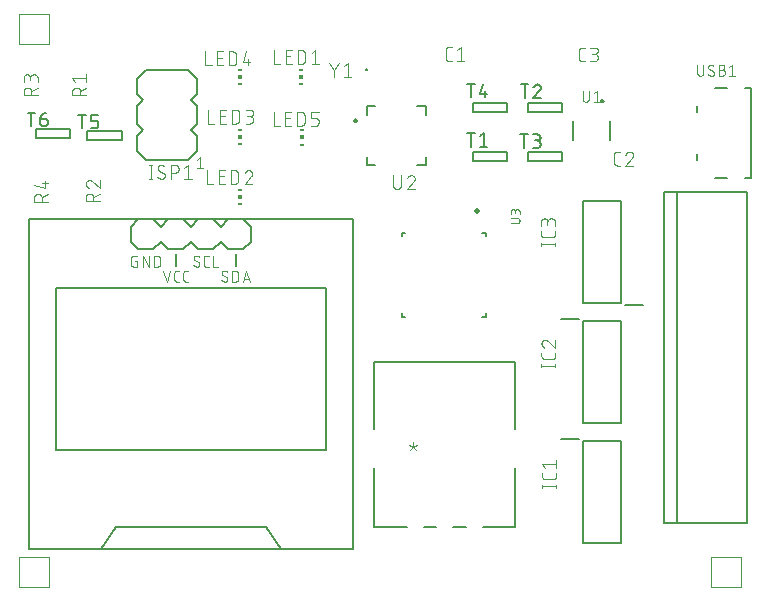
<source format=gto>
G04 EAGLE Gerber RS-274X export*
G75*
%MOMM*%
%FSLAX34Y34*%
%LPD*%
%INSilkscreen Top*%
%IPPOS*%
%AMOC8*
5,1,8,0,0,1.08239X$1,22.5*%
G01*
%ADD10C,0.101600*%
%ADD11C,0.200000*%
%ADD12C,0.127000*%
%ADD13C,0.076200*%
%ADD14R,0.300000X0.150000*%
%ADD15R,0.300000X0.300000*%
%ADD16C,0.152400*%
%ADD17C,0.508000*%
%ADD18C,0.200000*%
%ADD19C,0.050800*%


D10*
X381736Y430208D02*
X379139Y430208D01*
X379040Y430210D01*
X378940Y430216D01*
X378841Y430225D01*
X378743Y430238D01*
X378645Y430255D01*
X378547Y430276D01*
X378451Y430301D01*
X378356Y430329D01*
X378262Y430361D01*
X378169Y430396D01*
X378077Y430435D01*
X377987Y430478D01*
X377899Y430523D01*
X377812Y430573D01*
X377728Y430625D01*
X377645Y430681D01*
X377565Y430739D01*
X377487Y430801D01*
X377412Y430866D01*
X377339Y430934D01*
X377269Y431004D01*
X377201Y431077D01*
X377136Y431152D01*
X377074Y431230D01*
X377016Y431310D01*
X376960Y431393D01*
X376908Y431477D01*
X376858Y431564D01*
X376813Y431652D01*
X376770Y431742D01*
X376731Y431834D01*
X376696Y431927D01*
X376664Y432021D01*
X376636Y432116D01*
X376611Y432212D01*
X376590Y432310D01*
X376573Y432408D01*
X376560Y432506D01*
X376551Y432605D01*
X376545Y432705D01*
X376543Y432804D01*
X376543Y439296D01*
X376545Y439395D01*
X376551Y439495D01*
X376560Y439594D01*
X376573Y439692D01*
X376590Y439790D01*
X376611Y439888D01*
X376636Y439984D01*
X376664Y440079D01*
X376696Y440173D01*
X376731Y440266D01*
X376770Y440358D01*
X376813Y440448D01*
X376858Y440536D01*
X376908Y440623D01*
X376960Y440707D01*
X377016Y440790D01*
X377074Y440870D01*
X377136Y440948D01*
X377201Y441023D01*
X377269Y441096D01*
X377339Y441166D01*
X377412Y441234D01*
X377487Y441299D01*
X377565Y441361D01*
X377645Y441419D01*
X377728Y441475D01*
X377812Y441527D01*
X377899Y441577D01*
X377987Y441622D01*
X378077Y441665D01*
X378169Y441704D01*
X378261Y441739D01*
X378356Y441771D01*
X378451Y441799D01*
X378547Y441824D01*
X378645Y441845D01*
X378743Y441862D01*
X378841Y441875D01*
X378940Y441884D01*
X379040Y441890D01*
X379139Y441892D01*
X381736Y441892D01*
X386101Y439296D02*
X389346Y441892D01*
X389346Y430208D01*
X386101Y430208D02*
X392592Y430208D01*
X521904Y341708D02*
X524501Y341708D01*
X521904Y341708D02*
X521805Y341710D01*
X521705Y341716D01*
X521606Y341725D01*
X521508Y341738D01*
X521410Y341755D01*
X521312Y341776D01*
X521216Y341801D01*
X521121Y341829D01*
X521027Y341861D01*
X520934Y341896D01*
X520842Y341935D01*
X520752Y341978D01*
X520664Y342023D01*
X520577Y342073D01*
X520493Y342125D01*
X520410Y342181D01*
X520330Y342239D01*
X520252Y342301D01*
X520177Y342366D01*
X520104Y342434D01*
X520034Y342504D01*
X519966Y342577D01*
X519901Y342652D01*
X519839Y342730D01*
X519781Y342810D01*
X519725Y342893D01*
X519673Y342977D01*
X519623Y343064D01*
X519578Y343152D01*
X519535Y343242D01*
X519496Y343334D01*
X519461Y343427D01*
X519429Y343521D01*
X519401Y343616D01*
X519376Y343712D01*
X519355Y343810D01*
X519338Y343908D01*
X519325Y344006D01*
X519316Y344105D01*
X519310Y344205D01*
X519308Y344304D01*
X519308Y350796D01*
X519310Y350895D01*
X519316Y350995D01*
X519325Y351094D01*
X519338Y351192D01*
X519355Y351290D01*
X519376Y351388D01*
X519401Y351484D01*
X519429Y351579D01*
X519461Y351673D01*
X519496Y351766D01*
X519535Y351858D01*
X519578Y351948D01*
X519623Y352036D01*
X519673Y352123D01*
X519725Y352207D01*
X519781Y352290D01*
X519839Y352370D01*
X519901Y352448D01*
X519966Y352523D01*
X520034Y352596D01*
X520104Y352666D01*
X520177Y352734D01*
X520252Y352799D01*
X520330Y352861D01*
X520410Y352919D01*
X520493Y352975D01*
X520577Y353027D01*
X520664Y353077D01*
X520752Y353122D01*
X520842Y353165D01*
X520934Y353204D01*
X521026Y353239D01*
X521121Y353271D01*
X521216Y353299D01*
X521312Y353324D01*
X521410Y353345D01*
X521508Y353362D01*
X521606Y353375D01*
X521705Y353384D01*
X521805Y353390D01*
X521904Y353392D01*
X524501Y353392D01*
X532436Y353392D02*
X532543Y353390D01*
X532649Y353384D01*
X532755Y353374D01*
X532861Y353361D01*
X532967Y353343D01*
X533071Y353322D01*
X533175Y353297D01*
X533278Y353268D01*
X533379Y353236D01*
X533479Y353199D01*
X533578Y353159D01*
X533676Y353116D01*
X533772Y353069D01*
X533866Y353018D01*
X533958Y352964D01*
X534048Y352907D01*
X534136Y352847D01*
X534221Y352783D01*
X534304Y352716D01*
X534385Y352646D01*
X534463Y352574D01*
X534539Y352498D01*
X534611Y352420D01*
X534681Y352339D01*
X534748Y352256D01*
X534812Y352171D01*
X534872Y352083D01*
X534929Y351993D01*
X534983Y351901D01*
X535034Y351807D01*
X535081Y351711D01*
X535124Y351613D01*
X535164Y351514D01*
X535201Y351414D01*
X535233Y351313D01*
X535262Y351210D01*
X535287Y351106D01*
X535308Y351002D01*
X535326Y350896D01*
X535339Y350790D01*
X535349Y350684D01*
X535355Y350578D01*
X535357Y350471D01*
X532436Y353392D02*
X532315Y353390D01*
X532194Y353384D01*
X532074Y353374D01*
X531953Y353361D01*
X531834Y353343D01*
X531714Y353322D01*
X531596Y353297D01*
X531479Y353268D01*
X531362Y353235D01*
X531247Y353199D01*
X531133Y353158D01*
X531020Y353115D01*
X530908Y353067D01*
X530799Y353016D01*
X530691Y352961D01*
X530584Y352903D01*
X530480Y352842D01*
X530378Y352777D01*
X530278Y352709D01*
X530180Y352638D01*
X530084Y352564D01*
X529991Y352487D01*
X529901Y352406D01*
X529813Y352323D01*
X529728Y352237D01*
X529645Y352148D01*
X529566Y352057D01*
X529489Y351963D01*
X529416Y351867D01*
X529346Y351769D01*
X529279Y351668D01*
X529215Y351565D01*
X529155Y351460D01*
X529098Y351353D01*
X529044Y351245D01*
X528994Y351135D01*
X528948Y351023D01*
X528905Y350910D01*
X528866Y350795D01*
X534384Y348199D02*
X534463Y348276D01*
X534539Y348357D01*
X534612Y348440D01*
X534682Y348525D01*
X534749Y348613D01*
X534813Y348703D01*
X534873Y348795D01*
X534930Y348890D01*
X534984Y348986D01*
X535035Y349084D01*
X535082Y349184D01*
X535126Y349286D01*
X535166Y349389D01*
X535202Y349493D01*
X535234Y349599D01*
X535263Y349705D01*
X535288Y349813D01*
X535310Y349921D01*
X535327Y350031D01*
X535341Y350140D01*
X535350Y350250D01*
X535356Y350361D01*
X535358Y350471D01*
X534384Y348199D02*
X528866Y341708D01*
X535357Y341708D01*
X494736Y429908D02*
X492139Y429908D01*
X492040Y429910D01*
X491940Y429916D01*
X491841Y429925D01*
X491743Y429938D01*
X491645Y429955D01*
X491547Y429976D01*
X491451Y430001D01*
X491356Y430029D01*
X491262Y430061D01*
X491169Y430096D01*
X491077Y430135D01*
X490987Y430178D01*
X490899Y430223D01*
X490812Y430273D01*
X490728Y430325D01*
X490645Y430381D01*
X490565Y430439D01*
X490487Y430501D01*
X490412Y430566D01*
X490339Y430634D01*
X490269Y430704D01*
X490201Y430777D01*
X490136Y430852D01*
X490074Y430930D01*
X490016Y431010D01*
X489960Y431093D01*
X489908Y431177D01*
X489858Y431264D01*
X489813Y431352D01*
X489770Y431442D01*
X489731Y431534D01*
X489696Y431627D01*
X489664Y431721D01*
X489636Y431816D01*
X489611Y431912D01*
X489590Y432010D01*
X489573Y432108D01*
X489560Y432206D01*
X489551Y432305D01*
X489545Y432405D01*
X489543Y432504D01*
X489543Y438996D01*
X489545Y439095D01*
X489551Y439195D01*
X489560Y439294D01*
X489573Y439392D01*
X489590Y439490D01*
X489611Y439588D01*
X489636Y439684D01*
X489664Y439779D01*
X489696Y439873D01*
X489731Y439966D01*
X489770Y440058D01*
X489813Y440148D01*
X489858Y440236D01*
X489908Y440323D01*
X489960Y440407D01*
X490016Y440490D01*
X490074Y440570D01*
X490136Y440648D01*
X490201Y440723D01*
X490269Y440796D01*
X490339Y440866D01*
X490412Y440934D01*
X490487Y440999D01*
X490565Y441061D01*
X490645Y441119D01*
X490728Y441175D01*
X490812Y441227D01*
X490899Y441277D01*
X490987Y441322D01*
X491077Y441365D01*
X491169Y441404D01*
X491261Y441439D01*
X491356Y441471D01*
X491451Y441499D01*
X491547Y441524D01*
X491645Y441545D01*
X491743Y441562D01*
X491841Y441575D01*
X491940Y441584D01*
X492040Y441590D01*
X492139Y441592D01*
X494736Y441592D01*
X499101Y429908D02*
X502346Y429908D01*
X502459Y429910D01*
X502572Y429916D01*
X502685Y429926D01*
X502798Y429940D01*
X502910Y429957D01*
X503021Y429979D01*
X503131Y430004D01*
X503241Y430034D01*
X503349Y430067D01*
X503456Y430104D01*
X503562Y430144D01*
X503666Y430189D01*
X503769Y430237D01*
X503870Y430288D01*
X503969Y430343D01*
X504066Y430401D01*
X504161Y430463D01*
X504254Y430528D01*
X504344Y430596D01*
X504432Y430667D01*
X504518Y430742D01*
X504601Y430819D01*
X504681Y430899D01*
X504758Y430982D01*
X504833Y431068D01*
X504904Y431156D01*
X504972Y431246D01*
X505037Y431339D01*
X505099Y431434D01*
X505157Y431531D01*
X505212Y431630D01*
X505263Y431731D01*
X505311Y431834D01*
X505356Y431938D01*
X505396Y432044D01*
X505433Y432151D01*
X505466Y432259D01*
X505496Y432369D01*
X505521Y432479D01*
X505543Y432590D01*
X505560Y432702D01*
X505574Y432815D01*
X505584Y432928D01*
X505590Y433041D01*
X505592Y433154D01*
X505590Y433267D01*
X505584Y433380D01*
X505574Y433493D01*
X505560Y433606D01*
X505543Y433718D01*
X505521Y433829D01*
X505496Y433939D01*
X505466Y434049D01*
X505433Y434157D01*
X505396Y434264D01*
X505356Y434370D01*
X505311Y434474D01*
X505263Y434577D01*
X505212Y434678D01*
X505157Y434777D01*
X505099Y434874D01*
X505037Y434969D01*
X504972Y435062D01*
X504904Y435152D01*
X504833Y435240D01*
X504758Y435326D01*
X504681Y435409D01*
X504601Y435489D01*
X504518Y435566D01*
X504432Y435641D01*
X504344Y435712D01*
X504254Y435780D01*
X504161Y435845D01*
X504066Y435907D01*
X503969Y435965D01*
X503870Y436020D01*
X503769Y436071D01*
X503666Y436119D01*
X503562Y436164D01*
X503456Y436204D01*
X503349Y436241D01*
X503241Y436274D01*
X503131Y436304D01*
X503021Y436329D01*
X502910Y436351D01*
X502798Y436368D01*
X502685Y436382D01*
X502572Y436392D01*
X502459Y436398D01*
X502346Y436400D01*
X502996Y441592D02*
X499101Y441592D01*
X502996Y441592D02*
X503097Y441590D01*
X503197Y441584D01*
X503297Y441574D01*
X503397Y441561D01*
X503496Y441543D01*
X503595Y441522D01*
X503692Y441497D01*
X503789Y441468D01*
X503884Y441435D01*
X503978Y441399D01*
X504070Y441359D01*
X504161Y441316D01*
X504250Y441269D01*
X504337Y441219D01*
X504423Y441165D01*
X504506Y441108D01*
X504586Y441048D01*
X504665Y440985D01*
X504741Y440918D01*
X504814Y440849D01*
X504884Y440777D01*
X504952Y440703D01*
X505017Y440626D01*
X505078Y440546D01*
X505137Y440464D01*
X505192Y440380D01*
X505244Y440294D01*
X505293Y440206D01*
X505338Y440116D01*
X505380Y440024D01*
X505418Y439931D01*
X505452Y439836D01*
X505483Y439741D01*
X505510Y439644D01*
X505533Y439546D01*
X505553Y439447D01*
X505568Y439347D01*
X505580Y439247D01*
X505588Y439147D01*
X505592Y439046D01*
X505592Y438946D01*
X505588Y438845D01*
X505580Y438745D01*
X505568Y438645D01*
X505553Y438545D01*
X505533Y438446D01*
X505510Y438348D01*
X505483Y438251D01*
X505452Y438156D01*
X505418Y438061D01*
X505380Y437968D01*
X505338Y437876D01*
X505293Y437786D01*
X505244Y437698D01*
X505192Y437612D01*
X505137Y437528D01*
X505078Y437446D01*
X505017Y437366D01*
X504952Y437289D01*
X504884Y437215D01*
X504814Y437143D01*
X504741Y437074D01*
X504665Y437007D01*
X504586Y436944D01*
X504506Y436884D01*
X504423Y436827D01*
X504337Y436773D01*
X504250Y436723D01*
X504161Y436676D01*
X504070Y436633D01*
X503978Y436593D01*
X503884Y436557D01*
X503789Y436524D01*
X503692Y436495D01*
X503595Y436470D01*
X503496Y436449D01*
X503397Y436431D01*
X503297Y436418D01*
X503197Y436408D01*
X503097Y436402D01*
X502996Y436400D01*
X502996Y436399D02*
X500399Y436399D01*
D11*
X492800Y108250D02*
X524800Y108250D01*
X524800Y21750D01*
X492800Y21750D01*
X492800Y108250D01*
X489300Y109850D02*
X474050Y109850D01*
D10*
X470142Y70092D02*
X458458Y70092D01*
X470142Y68794D02*
X470142Y71390D01*
X458458Y71390D02*
X458458Y68794D01*
X470142Y78554D02*
X470142Y81150D01*
X470142Y78554D02*
X470140Y78455D01*
X470134Y78355D01*
X470125Y78256D01*
X470112Y78158D01*
X470095Y78060D01*
X470074Y77962D01*
X470049Y77866D01*
X470021Y77771D01*
X469989Y77677D01*
X469954Y77584D01*
X469915Y77492D01*
X469872Y77402D01*
X469827Y77314D01*
X469777Y77227D01*
X469725Y77143D01*
X469669Y77060D01*
X469611Y76980D01*
X469549Y76902D01*
X469484Y76827D01*
X469416Y76754D01*
X469346Y76684D01*
X469273Y76616D01*
X469198Y76551D01*
X469120Y76489D01*
X469040Y76431D01*
X468957Y76375D01*
X468873Y76323D01*
X468786Y76273D01*
X468698Y76228D01*
X468608Y76185D01*
X468516Y76146D01*
X468423Y76111D01*
X468329Y76079D01*
X468234Y76051D01*
X468138Y76026D01*
X468040Y76005D01*
X467942Y75988D01*
X467844Y75975D01*
X467745Y75966D01*
X467645Y75960D01*
X467546Y75958D01*
X467546Y75957D02*
X461054Y75957D01*
X460955Y75959D01*
X460855Y75965D01*
X460756Y75974D01*
X460658Y75987D01*
X460560Y76005D01*
X460462Y76025D01*
X460366Y76050D01*
X460270Y76078D01*
X460176Y76110D01*
X460083Y76145D01*
X459992Y76184D01*
X459902Y76227D01*
X459813Y76272D01*
X459727Y76322D01*
X459642Y76374D01*
X459560Y76430D01*
X459480Y76489D01*
X459402Y76550D01*
X459326Y76615D01*
X459253Y76683D01*
X459183Y76753D01*
X459115Y76826D01*
X459050Y76902D01*
X458989Y76980D01*
X458930Y77060D01*
X458874Y77142D01*
X458822Y77227D01*
X458773Y77313D01*
X458727Y77402D01*
X458684Y77492D01*
X458645Y77583D01*
X458610Y77676D01*
X458578Y77770D01*
X458550Y77866D01*
X458525Y77962D01*
X458505Y78060D01*
X458487Y78158D01*
X458474Y78256D01*
X458465Y78355D01*
X458459Y78454D01*
X458457Y78554D01*
X458458Y78554D02*
X458458Y81150D01*
X461054Y85515D02*
X458458Y88761D01*
X470142Y88761D01*
X470142Y92006D02*
X470142Y85515D01*
D11*
X492800Y209850D02*
X524800Y209850D01*
X524800Y123350D01*
X492800Y123350D01*
X492800Y209850D01*
X489300Y211450D02*
X474050Y211450D01*
D10*
X469442Y172092D02*
X457758Y172092D01*
X469442Y170794D02*
X469442Y173390D01*
X457758Y173390D02*
X457758Y170794D01*
X469442Y180554D02*
X469442Y183150D01*
X469442Y180554D02*
X469440Y180455D01*
X469434Y180355D01*
X469425Y180256D01*
X469412Y180158D01*
X469395Y180060D01*
X469374Y179962D01*
X469349Y179866D01*
X469321Y179771D01*
X469289Y179677D01*
X469254Y179584D01*
X469215Y179492D01*
X469172Y179402D01*
X469127Y179314D01*
X469077Y179227D01*
X469025Y179143D01*
X468969Y179060D01*
X468911Y178980D01*
X468849Y178902D01*
X468784Y178827D01*
X468716Y178754D01*
X468646Y178684D01*
X468573Y178616D01*
X468498Y178551D01*
X468420Y178489D01*
X468340Y178431D01*
X468257Y178375D01*
X468173Y178323D01*
X468086Y178273D01*
X467998Y178228D01*
X467908Y178185D01*
X467816Y178146D01*
X467723Y178111D01*
X467629Y178079D01*
X467534Y178051D01*
X467438Y178026D01*
X467340Y178005D01*
X467242Y177988D01*
X467144Y177975D01*
X467045Y177966D01*
X466945Y177960D01*
X466846Y177958D01*
X466846Y177957D02*
X460354Y177957D01*
X460255Y177959D01*
X460155Y177965D01*
X460056Y177974D01*
X459958Y177987D01*
X459860Y178005D01*
X459762Y178025D01*
X459666Y178050D01*
X459570Y178078D01*
X459476Y178110D01*
X459383Y178145D01*
X459292Y178184D01*
X459202Y178227D01*
X459113Y178272D01*
X459027Y178322D01*
X458942Y178374D01*
X458860Y178430D01*
X458780Y178489D01*
X458702Y178550D01*
X458626Y178615D01*
X458553Y178683D01*
X458483Y178753D01*
X458415Y178826D01*
X458350Y178902D01*
X458289Y178980D01*
X458230Y179060D01*
X458174Y179142D01*
X458122Y179227D01*
X458073Y179313D01*
X458027Y179402D01*
X457984Y179492D01*
X457945Y179583D01*
X457910Y179676D01*
X457878Y179770D01*
X457850Y179866D01*
X457825Y179962D01*
X457805Y180060D01*
X457787Y180158D01*
X457774Y180256D01*
X457765Y180355D01*
X457759Y180454D01*
X457757Y180554D01*
X457758Y180554D02*
X457758Y183150D01*
X457758Y191085D02*
X457760Y191192D01*
X457766Y191298D01*
X457776Y191404D01*
X457789Y191510D01*
X457807Y191616D01*
X457828Y191720D01*
X457853Y191824D01*
X457882Y191927D01*
X457914Y192028D01*
X457951Y192128D01*
X457991Y192227D01*
X458034Y192325D01*
X458081Y192421D01*
X458132Y192515D01*
X458186Y192607D01*
X458243Y192697D01*
X458303Y192785D01*
X458367Y192870D01*
X458434Y192953D01*
X458504Y193034D01*
X458576Y193112D01*
X458652Y193188D01*
X458730Y193260D01*
X458811Y193330D01*
X458894Y193397D01*
X458979Y193461D01*
X459067Y193521D01*
X459157Y193578D01*
X459249Y193632D01*
X459343Y193683D01*
X459439Y193730D01*
X459537Y193773D01*
X459636Y193813D01*
X459736Y193850D01*
X459837Y193882D01*
X459940Y193911D01*
X460044Y193936D01*
X460148Y193957D01*
X460254Y193975D01*
X460360Y193988D01*
X460466Y193998D01*
X460572Y194004D01*
X460679Y194006D01*
X457758Y191085D02*
X457760Y190964D01*
X457766Y190843D01*
X457776Y190723D01*
X457789Y190602D01*
X457807Y190483D01*
X457828Y190363D01*
X457853Y190245D01*
X457882Y190128D01*
X457915Y190011D01*
X457951Y189896D01*
X457992Y189782D01*
X458035Y189669D01*
X458083Y189557D01*
X458134Y189448D01*
X458189Y189340D01*
X458247Y189233D01*
X458308Y189129D01*
X458373Y189027D01*
X458441Y188927D01*
X458512Y188829D01*
X458586Y188733D01*
X458663Y188640D01*
X458744Y188550D01*
X458827Y188462D01*
X458913Y188377D01*
X459002Y188294D01*
X459093Y188215D01*
X459187Y188138D01*
X459283Y188065D01*
X459381Y187995D01*
X459482Y187928D01*
X459585Y187864D01*
X459690Y187804D01*
X459797Y187746D01*
X459905Y187693D01*
X460015Y187643D01*
X460127Y187597D01*
X460240Y187554D01*
X460355Y187515D01*
X462951Y193032D02*
X462873Y193111D01*
X462793Y193187D01*
X462710Y193260D01*
X462624Y193330D01*
X462537Y193397D01*
X462446Y193461D01*
X462354Y193521D01*
X462260Y193579D01*
X462163Y193633D01*
X462065Y193683D01*
X461965Y193730D01*
X461864Y193774D01*
X461761Y193814D01*
X461656Y193850D01*
X461551Y193882D01*
X461444Y193911D01*
X461337Y193936D01*
X461228Y193958D01*
X461119Y193975D01*
X461010Y193989D01*
X460900Y193998D01*
X460789Y194004D01*
X460679Y194006D01*
X462951Y193033D02*
X469442Y187515D01*
X469442Y194006D01*
D11*
X492800Y224950D02*
X524800Y224950D01*
X492800Y224950D02*
X492800Y311450D01*
X524800Y311450D01*
X524800Y224950D01*
X528300Y223350D02*
X543550Y223350D01*
D10*
X469242Y274992D02*
X457558Y274992D01*
X469242Y273694D02*
X469242Y276290D01*
X457558Y276290D02*
X457558Y273694D01*
X469242Y283454D02*
X469242Y286050D01*
X469242Y283454D02*
X469240Y283355D01*
X469234Y283255D01*
X469225Y283156D01*
X469212Y283058D01*
X469195Y282960D01*
X469174Y282862D01*
X469149Y282766D01*
X469121Y282671D01*
X469089Y282577D01*
X469054Y282484D01*
X469015Y282392D01*
X468972Y282302D01*
X468927Y282214D01*
X468877Y282127D01*
X468825Y282043D01*
X468769Y281960D01*
X468711Y281880D01*
X468649Y281802D01*
X468584Y281727D01*
X468516Y281654D01*
X468446Y281584D01*
X468373Y281516D01*
X468298Y281451D01*
X468220Y281389D01*
X468140Y281331D01*
X468057Y281275D01*
X467973Y281223D01*
X467886Y281173D01*
X467798Y281128D01*
X467708Y281085D01*
X467616Y281046D01*
X467523Y281011D01*
X467429Y280979D01*
X467334Y280951D01*
X467238Y280926D01*
X467140Y280905D01*
X467042Y280888D01*
X466944Y280875D01*
X466845Y280866D01*
X466745Y280860D01*
X466646Y280858D01*
X466646Y280857D02*
X460154Y280857D01*
X460055Y280859D01*
X459955Y280865D01*
X459856Y280874D01*
X459758Y280887D01*
X459660Y280905D01*
X459562Y280925D01*
X459466Y280950D01*
X459370Y280978D01*
X459276Y281010D01*
X459183Y281045D01*
X459092Y281084D01*
X459002Y281127D01*
X458913Y281172D01*
X458827Y281222D01*
X458742Y281274D01*
X458660Y281330D01*
X458580Y281389D01*
X458502Y281450D01*
X458426Y281515D01*
X458353Y281583D01*
X458283Y281653D01*
X458215Y281726D01*
X458150Y281802D01*
X458089Y281880D01*
X458030Y281960D01*
X457974Y282042D01*
X457922Y282127D01*
X457873Y282213D01*
X457827Y282302D01*
X457784Y282392D01*
X457745Y282483D01*
X457710Y282576D01*
X457678Y282670D01*
X457650Y282766D01*
X457625Y282862D01*
X457605Y282960D01*
X457587Y283058D01*
X457574Y283156D01*
X457565Y283255D01*
X457559Y283354D01*
X457557Y283454D01*
X457558Y283454D02*
X457558Y286050D01*
X469242Y290415D02*
X469242Y293661D01*
X469240Y293774D01*
X469234Y293887D01*
X469224Y294000D01*
X469210Y294113D01*
X469193Y294225D01*
X469171Y294336D01*
X469146Y294446D01*
X469116Y294556D01*
X469083Y294664D01*
X469046Y294771D01*
X469006Y294877D01*
X468961Y294981D01*
X468913Y295084D01*
X468862Y295185D01*
X468807Y295284D01*
X468749Y295381D01*
X468687Y295476D01*
X468622Y295569D01*
X468554Y295659D01*
X468483Y295747D01*
X468408Y295833D01*
X468331Y295916D01*
X468251Y295996D01*
X468168Y296073D01*
X468082Y296148D01*
X467994Y296219D01*
X467904Y296287D01*
X467811Y296352D01*
X467716Y296414D01*
X467619Y296472D01*
X467520Y296527D01*
X467419Y296578D01*
X467316Y296626D01*
X467212Y296671D01*
X467106Y296711D01*
X466999Y296748D01*
X466891Y296781D01*
X466781Y296811D01*
X466671Y296836D01*
X466560Y296858D01*
X466448Y296875D01*
X466335Y296889D01*
X466222Y296899D01*
X466109Y296905D01*
X465996Y296907D01*
X465883Y296905D01*
X465770Y296899D01*
X465657Y296889D01*
X465544Y296875D01*
X465432Y296858D01*
X465321Y296836D01*
X465211Y296811D01*
X465101Y296781D01*
X464993Y296748D01*
X464886Y296711D01*
X464780Y296671D01*
X464676Y296626D01*
X464573Y296578D01*
X464472Y296527D01*
X464373Y296472D01*
X464276Y296414D01*
X464181Y296352D01*
X464088Y296287D01*
X463998Y296219D01*
X463910Y296148D01*
X463824Y296073D01*
X463741Y295996D01*
X463661Y295916D01*
X463584Y295833D01*
X463509Y295747D01*
X463438Y295659D01*
X463370Y295569D01*
X463305Y295476D01*
X463243Y295381D01*
X463185Y295284D01*
X463130Y295185D01*
X463079Y295084D01*
X463031Y294981D01*
X462986Y294877D01*
X462946Y294771D01*
X462909Y294664D01*
X462876Y294556D01*
X462846Y294446D01*
X462821Y294336D01*
X462799Y294225D01*
X462782Y294113D01*
X462768Y294000D01*
X462758Y293887D01*
X462752Y293774D01*
X462750Y293661D01*
X457558Y294310D02*
X457558Y290415D01*
X457558Y294310D02*
X457560Y294411D01*
X457566Y294511D01*
X457576Y294611D01*
X457589Y294711D01*
X457607Y294810D01*
X457628Y294909D01*
X457653Y295006D01*
X457682Y295103D01*
X457715Y295198D01*
X457751Y295292D01*
X457791Y295384D01*
X457834Y295475D01*
X457881Y295564D01*
X457931Y295651D01*
X457985Y295737D01*
X458042Y295820D01*
X458102Y295900D01*
X458165Y295979D01*
X458232Y296055D01*
X458301Y296128D01*
X458373Y296198D01*
X458447Y296266D01*
X458524Y296331D01*
X458604Y296392D01*
X458686Y296451D01*
X458770Y296506D01*
X458856Y296558D01*
X458944Y296607D01*
X459034Y296652D01*
X459126Y296694D01*
X459219Y296732D01*
X459314Y296766D01*
X459409Y296797D01*
X459506Y296824D01*
X459604Y296847D01*
X459703Y296867D01*
X459803Y296882D01*
X459903Y296894D01*
X460003Y296902D01*
X460104Y296906D01*
X460204Y296906D01*
X460305Y296902D01*
X460405Y296894D01*
X460505Y296882D01*
X460605Y296867D01*
X460704Y296847D01*
X460802Y296824D01*
X460899Y296797D01*
X460994Y296766D01*
X461089Y296732D01*
X461182Y296694D01*
X461274Y296652D01*
X461364Y296607D01*
X461452Y296558D01*
X461538Y296506D01*
X461622Y296451D01*
X461704Y296392D01*
X461784Y296331D01*
X461861Y296266D01*
X461935Y296198D01*
X462007Y296128D01*
X462076Y296055D01*
X462143Y295979D01*
X462206Y295900D01*
X462266Y295820D01*
X462323Y295737D01*
X462377Y295651D01*
X462427Y295564D01*
X462474Y295475D01*
X462517Y295384D01*
X462557Y295292D01*
X462593Y295198D01*
X462626Y295103D01*
X462655Y295006D01*
X462680Y294909D01*
X462701Y294810D01*
X462719Y294711D01*
X462732Y294611D01*
X462742Y294511D01*
X462748Y294411D01*
X462750Y294310D01*
X462751Y294310D02*
X462751Y291714D01*
D12*
X166500Y354120D02*
X158880Y346500D01*
X123320Y346500D01*
X115700Y354120D01*
X115700Y366820D01*
X120780Y371900D01*
X115700Y376980D01*
X115700Y392220D01*
X120780Y397300D01*
X115700Y402380D01*
X115700Y415080D01*
X123320Y422700D01*
X158880Y422700D01*
X166500Y415080D01*
X166500Y402380D01*
X161420Y397300D01*
X166500Y392220D01*
X166500Y376980D01*
X161420Y371900D01*
X166500Y366820D01*
X166500Y354120D01*
D13*
X168588Y348659D02*
X165978Y346571D01*
X168588Y348659D02*
X168588Y339261D01*
X165978Y339261D02*
X171199Y339261D01*
D10*
X127026Y342172D02*
X127026Y330488D01*
X125728Y330488D02*
X128324Y330488D01*
X128324Y342172D02*
X125728Y342172D01*
X136438Y330488D02*
X136537Y330490D01*
X136637Y330496D01*
X136736Y330505D01*
X136834Y330518D01*
X136932Y330535D01*
X137030Y330556D01*
X137126Y330581D01*
X137221Y330609D01*
X137315Y330641D01*
X137408Y330676D01*
X137500Y330715D01*
X137590Y330758D01*
X137678Y330803D01*
X137765Y330853D01*
X137849Y330905D01*
X137932Y330961D01*
X138012Y331019D01*
X138090Y331081D01*
X138165Y331146D01*
X138238Y331214D01*
X138308Y331284D01*
X138376Y331357D01*
X138441Y331432D01*
X138503Y331510D01*
X138561Y331590D01*
X138617Y331673D01*
X138669Y331757D01*
X138719Y331844D01*
X138764Y331932D01*
X138807Y332022D01*
X138846Y332114D01*
X138881Y332207D01*
X138913Y332301D01*
X138941Y332396D01*
X138966Y332492D01*
X138987Y332590D01*
X139004Y332688D01*
X139017Y332786D01*
X139026Y332885D01*
X139032Y332985D01*
X139034Y333084D01*
X136438Y330488D02*
X136294Y330490D01*
X136149Y330496D01*
X136005Y330505D01*
X135862Y330518D01*
X135718Y330535D01*
X135575Y330556D01*
X135433Y330581D01*
X135292Y330609D01*
X135151Y330641D01*
X135011Y330677D01*
X134872Y330716D01*
X134734Y330759D01*
X134598Y330806D01*
X134462Y330856D01*
X134328Y330910D01*
X134196Y330967D01*
X134065Y331028D01*
X133936Y331092D01*
X133808Y331160D01*
X133682Y331230D01*
X133558Y331305D01*
X133437Y331382D01*
X133317Y331463D01*
X133199Y331546D01*
X133084Y331633D01*
X132971Y331723D01*
X132860Y331816D01*
X132752Y331911D01*
X132646Y332010D01*
X132543Y332111D01*
X132869Y339576D02*
X132871Y339675D01*
X132877Y339775D01*
X132886Y339874D01*
X132899Y339972D01*
X132916Y340070D01*
X132937Y340168D01*
X132962Y340264D01*
X132990Y340359D01*
X133022Y340453D01*
X133057Y340546D01*
X133096Y340638D01*
X133139Y340728D01*
X133184Y340816D01*
X133234Y340903D01*
X133286Y340987D01*
X133342Y341070D01*
X133400Y341150D01*
X133462Y341228D01*
X133527Y341303D01*
X133595Y341376D01*
X133665Y341446D01*
X133738Y341514D01*
X133813Y341579D01*
X133891Y341641D01*
X133971Y341699D01*
X134054Y341755D01*
X134138Y341807D01*
X134225Y341857D01*
X134313Y341902D01*
X134403Y341945D01*
X134495Y341984D01*
X134588Y342019D01*
X134682Y342051D01*
X134777Y342079D01*
X134874Y342104D01*
X134971Y342125D01*
X135069Y342142D01*
X135167Y342155D01*
X135266Y342164D01*
X135366Y342170D01*
X135465Y342172D01*
X135601Y342170D01*
X135737Y342164D01*
X135873Y342155D01*
X136009Y342142D01*
X136144Y342124D01*
X136278Y342104D01*
X136412Y342079D01*
X136546Y342051D01*
X136678Y342018D01*
X136809Y341983D01*
X136940Y341943D01*
X137069Y341900D01*
X137197Y341854D01*
X137323Y341803D01*
X137449Y341750D01*
X137572Y341692D01*
X137694Y341632D01*
X137814Y341568D01*
X137933Y341500D01*
X138049Y341430D01*
X138163Y341356D01*
X138276Y341279D01*
X138386Y341198D01*
X134166Y337304D02*
X134080Y337357D01*
X133996Y337414D01*
X133914Y337473D01*
X133834Y337536D01*
X133757Y337602D01*
X133682Y337670D01*
X133610Y337742D01*
X133541Y337816D01*
X133475Y337893D01*
X133412Y337972D01*
X133352Y338054D01*
X133295Y338138D01*
X133241Y338224D01*
X133191Y338312D01*
X133144Y338402D01*
X133100Y338493D01*
X133061Y338587D01*
X133024Y338681D01*
X132992Y338777D01*
X132963Y338875D01*
X132938Y338973D01*
X132917Y339072D01*
X132899Y339172D01*
X132886Y339272D01*
X132876Y339373D01*
X132870Y339475D01*
X132868Y339576D01*
X137737Y335356D02*
X137823Y335303D01*
X137907Y335246D01*
X137989Y335187D01*
X138069Y335124D01*
X138146Y335058D01*
X138221Y334990D01*
X138293Y334918D01*
X138362Y334844D01*
X138428Y334767D01*
X138491Y334688D01*
X138551Y334606D01*
X138608Y334522D01*
X138662Y334436D01*
X138712Y334348D01*
X138759Y334258D01*
X138803Y334167D01*
X138842Y334073D01*
X138879Y333979D01*
X138911Y333883D01*
X138940Y333785D01*
X138965Y333687D01*
X138986Y333588D01*
X139004Y333488D01*
X139017Y333388D01*
X139027Y333287D01*
X139033Y333185D01*
X139035Y333084D01*
X137737Y335356D02*
X134166Y337304D01*
X144143Y342172D02*
X144143Y330488D01*
X144143Y342172D02*
X147389Y342172D01*
X147502Y342170D01*
X147615Y342164D01*
X147728Y342154D01*
X147841Y342140D01*
X147953Y342123D01*
X148064Y342101D01*
X148174Y342076D01*
X148284Y342046D01*
X148392Y342013D01*
X148499Y341976D01*
X148605Y341936D01*
X148709Y341891D01*
X148812Y341843D01*
X148913Y341792D01*
X149012Y341737D01*
X149109Y341679D01*
X149204Y341617D01*
X149297Y341552D01*
X149387Y341484D01*
X149475Y341413D01*
X149561Y341338D01*
X149644Y341261D01*
X149724Y341181D01*
X149801Y341098D01*
X149876Y341012D01*
X149947Y340924D01*
X150015Y340834D01*
X150080Y340741D01*
X150142Y340646D01*
X150200Y340549D01*
X150255Y340450D01*
X150306Y340349D01*
X150354Y340246D01*
X150399Y340142D01*
X150439Y340036D01*
X150476Y339929D01*
X150509Y339821D01*
X150539Y339711D01*
X150564Y339601D01*
X150586Y339490D01*
X150603Y339378D01*
X150617Y339265D01*
X150627Y339152D01*
X150633Y339039D01*
X150635Y338926D01*
X150633Y338813D01*
X150627Y338700D01*
X150617Y338587D01*
X150603Y338474D01*
X150586Y338362D01*
X150564Y338251D01*
X150539Y338141D01*
X150509Y338031D01*
X150476Y337923D01*
X150439Y337816D01*
X150399Y337710D01*
X150354Y337606D01*
X150306Y337503D01*
X150255Y337402D01*
X150200Y337303D01*
X150142Y337206D01*
X150080Y337111D01*
X150015Y337018D01*
X149947Y336928D01*
X149876Y336840D01*
X149801Y336754D01*
X149724Y336671D01*
X149644Y336591D01*
X149561Y336514D01*
X149475Y336439D01*
X149387Y336368D01*
X149297Y336300D01*
X149204Y336235D01*
X149109Y336173D01*
X149012Y336115D01*
X148913Y336060D01*
X148812Y336009D01*
X148709Y335961D01*
X148605Y335916D01*
X148499Y335876D01*
X148392Y335839D01*
X148284Y335806D01*
X148174Y335776D01*
X148064Y335751D01*
X147953Y335729D01*
X147841Y335712D01*
X147728Y335698D01*
X147615Y335688D01*
X147502Y335682D01*
X147389Y335680D01*
X147389Y335681D02*
X144143Y335681D01*
X155023Y339576D02*
X158268Y342172D01*
X158268Y330488D01*
X155023Y330488D02*
X161514Y330488D01*
D12*
X572700Y319300D02*
X631700Y319300D01*
X572700Y319300D02*
X561700Y319300D01*
X561700Y39300D01*
X572700Y39300D01*
X631700Y39300D01*
X631700Y319300D01*
X572700Y319300D02*
X572700Y39300D01*
D14*
X254400Y411000D03*
X254400Y423000D03*
D15*
X254400Y417000D03*
D10*
X231501Y427808D02*
X231501Y439492D01*
X231501Y427808D02*
X236693Y427808D01*
X241407Y427808D02*
X246599Y427808D01*
X241407Y427808D02*
X241407Y439492D01*
X246599Y439492D01*
X245301Y434299D02*
X241407Y434299D01*
X251290Y439492D02*
X251290Y427808D01*
X251290Y439492D02*
X254535Y439492D01*
X254648Y439490D01*
X254761Y439484D01*
X254874Y439474D01*
X254987Y439460D01*
X255099Y439443D01*
X255210Y439421D01*
X255320Y439396D01*
X255430Y439366D01*
X255538Y439333D01*
X255645Y439296D01*
X255751Y439256D01*
X255855Y439211D01*
X255958Y439163D01*
X256059Y439112D01*
X256158Y439057D01*
X256255Y438999D01*
X256350Y438937D01*
X256443Y438872D01*
X256533Y438804D01*
X256621Y438733D01*
X256707Y438658D01*
X256790Y438581D01*
X256870Y438501D01*
X256947Y438418D01*
X257022Y438332D01*
X257093Y438244D01*
X257161Y438154D01*
X257226Y438061D01*
X257288Y437966D01*
X257346Y437869D01*
X257401Y437770D01*
X257452Y437669D01*
X257500Y437566D01*
X257545Y437462D01*
X257585Y437356D01*
X257622Y437249D01*
X257655Y437141D01*
X257685Y437031D01*
X257710Y436921D01*
X257732Y436810D01*
X257749Y436698D01*
X257763Y436585D01*
X257773Y436472D01*
X257779Y436359D01*
X257781Y436246D01*
X257781Y431054D01*
X257782Y431054D02*
X257780Y430941D01*
X257774Y430828D01*
X257764Y430715D01*
X257750Y430602D01*
X257733Y430490D01*
X257711Y430379D01*
X257686Y430269D01*
X257656Y430159D01*
X257623Y430051D01*
X257586Y429944D01*
X257546Y429838D01*
X257501Y429734D01*
X257453Y429631D01*
X257402Y429530D01*
X257347Y429431D01*
X257289Y429334D01*
X257227Y429239D01*
X257162Y429146D01*
X257094Y429056D01*
X257023Y428968D01*
X256948Y428882D01*
X256871Y428799D01*
X256791Y428719D01*
X256708Y428642D01*
X256622Y428567D01*
X256534Y428496D01*
X256444Y428428D01*
X256351Y428363D01*
X256256Y428301D01*
X256159Y428243D01*
X256060Y428188D01*
X255959Y428137D01*
X255856Y428089D01*
X255752Y428044D01*
X255646Y428004D01*
X255539Y427967D01*
X255431Y427934D01*
X255321Y427904D01*
X255211Y427879D01*
X255100Y427857D01*
X254988Y427840D01*
X254875Y427826D01*
X254762Y427816D01*
X254649Y427810D01*
X254536Y427808D01*
X254535Y427808D02*
X251290Y427808D01*
X263101Y436896D02*
X266346Y439492D01*
X266346Y427808D01*
X263101Y427808D02*
X269592Y427808D01*
D14*
X202200Y320800D03*
X202200Y308800D03*
D15*
X202200Y314800D03*
D10*
X174801Y326008D02*
X174801Y337692D01*
X174801Y326008D02*
X179993Y326008D01*
X184707Y326008D02*
X189899Y326008D01*
X184707Y326008D02*
X184707Y337692D01*
X189899Y337692D01*
X188601Y332499D02*
X184707Y332499D01*
X194590Y337692D02*
X194590Y326008D01*
X194590Y337692D02*
X197835Y337692D01*
X197948Y337690D01*
X198061Y337684D01*
X198174Y337674D01*
X198287Y337660D01*
X198399Y337643D01*
X198510Y337621D01*
X198620Y337596D01*
X198730Y337566D01*
X198838Y337533D01*
X198945Y337496D01*
X199051Y337456D01*
X199155Y337411D01*
X199258Y337363D01*
X199359Y337312D01*
X199458Y337257D01*
X199555Y337199D01*
X199650Y337137D01*
X199743Y337072D01*
X199833Y337004D01*
X199921Y336933D01*
X200007Y336858D01*
X200090Y336781D01*
X200170Y336701D01*
X200247Y336618D01*
X200322Y336532D01*
X200393Y336444D01*
X200461Y336354D01*
X200526Y336261D01*
X200588Y336166D01*
X200646Y336069D01*
X200701Y335970D01*
X200752Y335869D01*
X200800Y335766D01*
X200845Y335662D01*
X200885Y335556D01*
X200922Y335449D01*
X200955Y335341D01*
X200985Y335231D01*
X201010Y335121D01*
X201032Y335010D01*
X201049Y334898D01*
X201063Y334785D01*
X201073Y334672D01*
X201079Y334559D01*
X201081Y334446D01*
X201081Y329254D01*
X201082Y329254D02*
X201080Y329141D01*
X201074Y329028D01*
X201064Y328915D01*
X201050Y328802D01*
X201033Y328690D01*
X201011Y328579D01*
X200986Y328469D01*
X200956Y328359D01*
X200923Y328251D01*
X200886Y328144D01*
X200846Y328038D01*
X200801Y327934D01*
X200753Y327831D01*
X200702Y327730D01*
X200647Y327631D01*
X200589Y327534D01*
X200527Y327439D01*
X200462Y327346D01*
X200394Y327256D01*
X200323Y327168D01*
X200248Y327082D01*
X200171Y326999D01*
X200091Y326919D01*
X200008Y326842D01*
X199922Y326767D01*
X199834Y326696D01*
X199744Y326628D01*
X199651Y326563D01*
X199556Y326501D01*
X199459Y326443D01*
X199360Y326388D01*
X199259Y326337D01*
X199156Y326289D01*
X199052Y326244D01*
X198946Y326204D01*
X198839Y326167D01*
X198731Y326134D01*
X198621Y326104D01*
X198511Y326079D01*
X198400Y326057D01*
X198288Y326040D01*
X198175Y326026D01*
X198062Y326016D01*
X197949Y326010D01*
X197836Y326008D01*
X197835Y326008D02*
X194590Y326008D01*
X209971Y337692D02*
X210078Y337690D01*
X210184Y337684D01*
X210290Y337674D01*
X210396Y337661D01*
X210502Y337643D01*
X210606Y337622D01*
X210710Y337597D01*
X210813Y337568D01*
X210914Y337536D01*
X211014Y337499D01*
X211113Y337459D01*
X211211Y337416D01*
X211307Y337369D01*
X211401Y337318D01*
X211493Y337264D01*
X211583Y337207D01*
X211671Y337147D01*
X211756Y337083D01*
X211839Y337016D01*
X211920Y336946D01*
X211998Y336874D01*
X212074Y336798D01*
X212146Y336720D01*
X212216Y336639D01*
X212283Y336556D01*
X212347Y336471D01*
X212407Y336383D01*
X212464Y336293D01*
X212518Y336201D01*
X212569Y336107D01*
X212616Y336011D01*
X212659Y335913D01*
X212699Y335814D01*
X212736Y335714D01*
X212768Y335613D01*
X212797Y335510D01*
X212822Y335406D01*
X212843Y335302D01*
X212861Y335196D01*
X212874Y335090D01*
X212884Y334984D01*
X212890Y334878D01*
X212892Y334771D01*
X209971Y337692D02*
X209850Y337690D01*
X209729Y337684D01*
X209609Y337674D01*
X209488Y337661D01*
X209369Y337643D01*
X209249Y337622D01*
X209131Y337597D01*
X209014Y337568D01*
X208897Y337535D01*
X208782Y337499D01*
X208668Y337458D01*
X208555Y337415D01*
X208443Y337367D01*
X208334Y337316D01*
X208226Y337261D01*
X208119Y337203D01*
X208015Y337142D01*
X207913Y337077D01*
X207813Y337009D01*
X207715Y336938D01*
X207619Y336864D01*
X207526Y336787D01*
X207436Y336706D01*
X207348Y336623D01*
X207263Y336537D01*
X207180Y336448D01*
X207101Y336357D01*
X207024Y336263D01*
X206951Y336167D01*
X206881Y336069D01*
X206814Y335968D01*
X206750Y335865D01*
X206690Y335760D01*
X206633Y335653D01*
X206579Y335545D01*
X206529Y335435D01*
X206483Y335323D01*
X206440Y335210D01*
X206401Y335095D01*
X211919Y332499D02*
X211998Y332576D01*
X212074Y332657D01*
X212147Y332740D01*
X212217Y332825D01*
X212284Y332913D01*
X212348Y333003D01*
X212408Y333095D01*
X212465Y333190D01*
X212519Y333286D01*
X212570Y333384D01*
X212617Y333484D01*
X212661Y333586D01*
X212701Y333689D01*
X212737Y333793D01*
X212769Y333899D01*
X212798Y334005D01*
X212823Y334113D01*
X212845Y334221D01*
X212862Y334331D01*
X212876Y334440D01*
X212885Y334550D01*
X212891Y334661D01*
X212893Y334771D01*
X211918Y332499D02*
X206401Y326008D01*
X212892Y326008D01*
D14*
X202200Y371600D03*
X202200Y359600D03*
D15*
X202200Y365600D03*
D10*
X175701Y377208D02*
X175701Y388892D01*
X175701Y377208D02*
X180893Y377208D01*
X185607Y377208D02*
X190799Y377208D01*
X185607Y377208D02*
X185607Y388892D01*
X190799Y388892D01*
X189501Y383699D02*
X185607Y383699D01*
X195490Y388892D02*
X195490Y377208D01*
X195490Y388892D02*
X198735Y388892D01*
X198848Y388890D01*
X198961Y388884D01*
X199074Y388874D01*
X199187Y388860D01*
X199299Y388843D01*
X199410Y388821D01*
X199520Y388796D01*
X199630Y388766D01*
X199738Y388733D01*
X199845Y388696D01*
X199951Y388656D01*
X200055Y388611D01*
X200158Y388563D01*
X200259Y388512D01*
X200358Y388457D01*
X200455Y388399D01*
X200550Y388337D01*
X200643Y388272D01*
X200733Y388204D01*
X200821Y388133D01*
X200907Y388058D01*
X200990Y387981D01*
X201070Y387901D01*
X201147Y387818D01*
X201222Y387732D01*
X201293Y387644D01*
X201361Y387554D01*
X201426Y387461D01*
X201488Y387366D01*
X201546Y387269D01*
X201601Y387170D01*
X201652Y387069D01*
X201700Y386966D01*
X201745Y386862D01*
X201785Y386756D01*
X201822Y386649D01*
X201855Y386541D01*
X201885Y386431D01*
X201910Y386321D01*
X201932Y386210D01*
X201949Y386098D01*
X201963Y385985D01*
X201973Y385872D01*
X201979Y385759D01*
X201981Y385646D01*
X201981Y380454D01*
X201982Y380454D02*
X201980Y380341D01*
X201974Y380228D01*
X201964Y380115D01*
X201950Y380002D01*
X201933Y379890D01*
X201911Y379779D01*
X201886Y379669D01*
X201856Y379559D01*
X201823Y379451D01*
X201786Y379344D01*
X201746Y379238D01*
X201701Y379134D01*
X201653Y379031D01*
X201602Y378930D01*
X201547Y378831D01*
X201489Y378734D01*
X201427Y378639D01*
X201362Y378546D01*
X201294Y378456D01*
X201223Y378368D01*
X201148Y378282D01*
X201071Y378199D01*
X200991Y378119D01*
X200908Y378042D01*
X200822Y377967D01*
X200734Y377896D01*
X200644Y377828D01*
X200551Y377763D01*
X200456Y377701D01*
X200359Y377643D01*
X200260Y377588D01*
X200159Y377537D01*
X200056Y377489D01*
X199952Y377444D01*
X199846Y377404D01*
X199739Y377367D01*
X199631Y377334D01*
X199521Y377304D01*
X199411Y377279D01*
X199300Y377257D01*
X199188Y377240D01*
X199075Y377226D01*
X198962Y377216D01*
X198849Y377210D01*
X198736Y377208D01*
X198735Y377208D02*
X195490Y377208D01*
X207301Y377208D02*
X210546Y377208D01*
X210659Y377210D01*
X210772Y377216D01*
X210885Y377226D01*
X210998Y377240D01*
X211110Y377257D01*
X211221Y377279D01*
X211331Y377304D01*
X211441Y377334D01*
X211549Y377367D01*
X211656Y377404D01*
X211762Y377444D01*
X211866Y377489D01*
X211969Y377537D01*
X212070Y377588D01*
X212169Y377643D01*
X212266Y377701D01*
X212361Y377763D01*
X212454Y377828D01*
X212544Y377896D01*
X212632Y377967D01*
X212718Y378042D01*
X212801Y378119D01*
X212881Y378199D01*
X212958Y378282D01*
X213033Y378368D01*
X213104Y378456D01*
X213172Y378546D01*
X213237Y378639D01*
X213299Y378734D01*
X213357Y378831D01*
X213412Y378930D01*
X213463Y379031D01*
X213511Y379134D01*
X213556Y379238D01*
X213596Y379344D01*
X213633Y379451D01*
X213666Y379559D01*
X213696Y379669D01*
X213721Y379779D01*
X213743Y379890D01*
X213760Y380002D01*
X213774Y380115D01*
X213784Y380228D01*
X213790Y380341D01*
X213792Y380454D01*
X213790Y380567D01*
X213784Y380680D01*
X213774Y380793D01*
X213760Y380906D01*
X213743Y381018D01*
X213721Y381129D01*
X213696Y381239D01*
X213666Y381349D01*
X213633Y381457D01*
X213596Y381564D01*
X213556Y381670D01*
X213511Y381774D01*
X213463Y381877D01*
X213412Y381978D01*
X213357Y382077D01*
X213299Y382174D01*
X213237Y382269D01*
X213172Y382362D01*
X213104Y382452D01*
X213033Y382540D01*
X212958Y382626D01*
X212881Y382709D01*
X212801Y382789D01*
X212718Y382866D01*
X212632Y382941D01*
X212544Y383012D01*
X212454Y383080D01*
X212361Y383145D01*
X212266Y383207D01*
X212169Y383265D01*
X212070Y383320D01*
X211969Y383371D01*
X211866Y383419D01*
X211762Y383464D01*
X211656Y383504D01*
X211549Y383541D01*
X211441Y383574D01*
X211331Y383604D01*
X211221Y383629D01*
X211110Y383651D01*
X210998Y383668D01*
X210885Y383682D01*
X210772Y383692D01*
X210659Y383698D01*
X210546Y383700D01*
X211196Y388892D02*
X207301Y388892D01*
X211196Y388892D02*
X211297Y388890D01*
X211397Y388884D01*
X211497Y388874D01*
X211597Y388861D01*
X211696Y388843D01*
X211795Y388822D01*
X211892Y388797D01*
X211989Y388768D01*
X212084Y388735D01*
X212178Y388699D01*
X212270Y388659D01*
X212361Y388616D01*
X212450Y388569D01*
X212537Y388519D01*
X212623Y388465D01*
X212706Y388408D01*
X212786Y388348D01*
X212865Y388285D01*
X212941Y388218D01*
X213014Y388149D01*
X213084Y388077D01*
X213152Y388003D01*
X213217Y387926D01*
X213278Y387846D01*
X213337Y387764D01*
X213392Y387680D01*
X213444Y387594D01*
X213493Y387506D01*
X213538Y387416D01*
X213580Y387324D01*
X213618Y387231D01*
X213652Y387136D01*
X213683Y387041D01*
X213710Y386944D01*
X213733Y386846D01*
X213753Y386747D01*
X213768Y386647D01*
X213780Y386547D01*
X213788Y386447D01*
X213792Y386346D01*
X213792Y386246D01*
X213788Y386145D01*
X213780Y386045D01*
X213768Y385945D01*
X213753Y385845D01*
X213733Y385746D01*
X213710Y385648D01*
X213683Y385551D01*
X213652Y385456D01*
X213618Y385361D01*
X213580Y385268D01*
X213538Y385176D01*
X213493Y385086D01*
X213444Y384998D01*
X213392Y384912D01*
X213337Y384828D01*
X213278Y384746D01*
X213217Y384666D01*
X213152Y384589D01*
X213084Y384515D01*
X213014Y384443D01*
X212941Y384374D01*
X212865Y384307D01*
X212786Y384244D01*
X212706Y384184D01*
X212623Y384127D01*
X212537Y384073D01*
X212450Y384023D01*
X212361Y383976D01*
X212270Y383933D01*
X212178Y383893D01*
X212084Y383857D01*
X211989Y383824D01*
X211892Y383795D01*
X211795Y383770D01*
X211696Y383749D01*
X211597Y383731D01*
X211497Y383718D01*
X211397Y383708D01*
X211297Y383702D01*
X211196Y383700D01*
X211196Y383699D02*
X208599Y383699D01*
D14*
X202200Y422400D03*
X202200Y410400D03*
D15*
X202200Y416400D03*
D10*
X173301Y426608D02*
X173301Y438292D01*
X173301Y426608D02*
X178493Y426608D01*
X183207Y426608D02*
X188399Y426608D01*
X183207Y426608D02*
X183207Y438292D01*
X188399Y438292D01*
X187101Y433099D02*
X183207Y433099D01*
X193090Y438292D02*
X193090Y426608D01*
X193090Y438292D02*
X196335Y438292D01*
X196448Y438290D01*
X196561Y438284D01*
X196674Y438274D01*
X196787Y438260D01*
X196899Y438243D01*
X197010Y438221D01*
X197120Y438196D01*
X197230Y438166D01*
X197338Y438133D01*
X197445Y438096D01*
X197551Y438056D01*
X197655Y438011D01*
X197758Y437963D01*
X197859Y437912D01*
X197958Y437857D01*
X198055Y437799D01*
X198150Y437737D01*
X198243Y437672D01*
X198333Y437604D01*
X198421Y437533D01*
X198507Y437458D01*
X198590Y437381D01*
X198670Y437301D01*
X198747Y437218D01*
X198822Y437132D01*
X198893Y437044D01*
X198961Y436954D01*
X199026Y436861D01*
X199088Y436766D01*
X199146Y436669D01*
X199201Y436570D01*
X199252Y436469D01*
X199300Y436366D01*
X199345Y436262D01*
X199385Y436156D01*
X199422Y436049D01*
X199455Y435941D01*
X199485Y435831D01*
X199510Y435721D01*
X199532Y435610D01*
X199549Y435498D01*
X199563Y435385D01*
X199573Y435272D01*
X199579Y435159D01*
X199581Y435046D01*
X199581Y429854D01*
X199582Y429854D02*
X199580Y429741D01*
X199574Y429628D01*
X199564Y429515D01*
X199550Y429402D01*
X199533Y429290D01*
X199511Y429179D01*
X199486Y429069D01*
X199456Y428959D01*
X199423Y428851D01*
X199386Y428744D01*
X199346Y428638D01*
X199301Y428534D01*
X199253Y428431D01*
X199202Y428330D01*
X199147Y428231D01*
X199089Y428134D01*
X199027Y428039D01*
X198962Y427946D01*
X198894Y427856D01*
X198823Y427768D01*
X198748Y427682D01*
X198671Y427599D01*
X198591Y427519D01*
X198508Y427442D01*
X198422Y427367D01*
X198334Y427296D01*
X198244Y427228D01*
X198151Y427163D01*
X198056Y427101D01*
X197959Y427043D01*
X197860Y426988D01*
X197759Y426937D01*
X197656Y426889D01*
X197552Y426844D01*
X197446Y426804D01*
X197339Y426767D01*
X197231Y426734D01*
X197121Y426704D01*
X197011Y426679D01*
X196900Y426657D01*
X196788Y426640D01*
X196675Y426626D01*
X196562Y426616D01*
X196449Y426610D01*
X196336Y426608D01*
X196335Y426608D02*
X193090Y426608D01*
X204901Y429204D02*
X207497Y438292D01*
X204901Y429204D02*
X211392Y429204D01*
X209445Y431801D02*
X209445Y426608D01*
D14*
X255400Y359500D03*
X255400Y371500D03*
D15*
X255400Y365500D03*
D10*
X231001Y375408D02*
X231001Y387092D01*
X231001Y375408D02*
X236193Y375408D01*
X240907Y375408D02*
X246099Y375408D01*
X240907Y375408D02*
X240907Y387092D01*
X246099Y387092D01*
X244801Y381899D02*
X240907Y381899D01*
X250790Y387092D02*
X250790Y375408D01*
X250790Y387092D02*
X254035Y387092D01*
X254148Y387090D01*
X254261Y387084D01*
X254374Y387074D01*
X254487Y387060D01*
X254599Y387043D01*
X254710Y387021D01*
X254820Y386996D01*
X254930Y386966D01*
X255038Y386933D01*
X255145Y386896D01*
X255251Y386856D01*
X255355Y386811D01*
X255458Y386763D01*
X255559Y386712D01*
X255658Y386657D01*
X255755Y386599D01*
X255850Y386537D01*
X255943Y386472D01*
X256033Y386404D01*
X256121Y386333D01*
X256207Y386258D01*
X256290Y386181D01*
X256370Y386101D01*
X256447Y386018D01*
X256522Y385932D01*
X256593Y385844D01*
X256661Y385754D01*
X256726Y385661D01*
X256788Y385566D01*
X256846Y385469D01*
X256901Y385370D01*
X256952Y385269D01*
X257000Y385166D01*
X257045Y385062D01*
X257085Y384956D01*
X257122Y384849D01*
X257155Y384741D01*
X257185Y384631D01*
X257210Y384521D01*
X257232Y384410D01*
X257249Y384298D01*
X257263Y384185D01*
X257273Y384072D01*
X257279Y383959D01*
X257281Y383846D01*
X257281Y378654D01*
X257282Y378654D02*
X257280Y378541D01*
X257274Y378428D01*
X257264Y378315D01*
X257250Y378202D01*
X257233Y378090D01*
X257211Y377979D01*
X257186Y377869D01*
X257156Y377759D01*
X257123Y377651D01*
X257086Y377544D01*
X257046Y377438D01*
X257001Y377334D01*
X256953Y377231D01*
X256902Y377130D01*
X256847Y377031D01*
X256789Y376934D01*
X256727Y376839D01*
X256662Y376746D01*
X256594Y376656D01*
X256523Y376568D01*
X256448Y376482D01*
X256371Y376399D01*
X256291Y376319D01*
X256208Y376242D01*
X256122Y376167D01*
X256034Y376096D01*
X255944Y376028D01*
X255851Y375963D01*
X255756Y375901D01*
X255659Y375843D01*
X255560Y375788D01*
X255459Y375737D01*
X255356Y375689D01*
X255252Y375644D01*
X255146Y375604D01*
X255039Y375567D01*
X254931Y375534D01*
X254821Y375504D01*
X254711Y375479D01*
X254600Y375457D01*
X254488Y375440D01*
X254375Y375426D01*
X254262Y375416D01*
X254149Y375410D01*
X254036Y375408D01*
X254035Y375408D02*
X250790Y375408D01*
X262601Y375408D02*
X266496Y375408D01*
X266595Y375410D01*
X266695Y375416D01*
X266794Y375425D01*
X266892Y375438D01*
X266990Y375455D01*
X267088Y375476D01*
X267184Y375501D01*
X267279Y375529D01*
X267373Y375561D01*
X267466Y375596D01*
X267558Y375635D01*
X267648Y375678D01*
X267736Y375723D01*
X267823Y375773D01*
X267907Y375825D01*
X267990Y375881D01*
X268070Y375939D01*
X268148Y376001D01*
X268223Y376066D01*
X268296Y376134D01*
X268366Y376204D01*
X268434Y376277D01*
X268499Y376352D01*
X268561Y376430D01*
X268619Y376510D01*
X268675Y376593D01*
X268727Y376677D01*
X268777Y376764D01*
X268822Y376852D01*
X268865Y376942D01*
X268904Y377034D01*
X268939Y377127D01*
X268971Y377221D01*
X268999Y377316D01*
X269024Y377412D01*
X269045Y377510D01*
X269062Y377608D01*
X269075Y377706D01*
X269084Y377805D01*
X269090Y377905D01*
X269092Y378004D01*
X269092Y379303D01*
X269090Y379402D01*
X269084Y379502D01*
X269075Y379601D01*
X269062Y379699D01*
X269045Y379797D01*
X269024Y379895D01*
X268999Y379991D01*
X268971Y380086D01*
X268939Y380180D01*
X268904Y380273D01*
X268865Y380365D01*
X268822Y380455D01*
X268777Y380543D01*
X268727Y380630D01*
X268675Y380714D01*
X268619Y380797D01*
X268561Y380877D01*
X268499Y380955D01*
X268434Y381030D01*
X268366Y381103D01*
X268296Y381173D01*
X268223Y381241D01*
X268148Y381306D01*
X268070Y381368D01*
X267990Y381426D01*
X267907Y381482D01*
X267823Y381534D01*
X267736Y381584D01*
X267648Y381629D01*
X267558Y381672D01*
X267466Y381711D01*
X267373Y381746D01*
X267279Y381778D01*
X267184Y381806D01*
X267088Y381831D01*
X266990Y381852D01*
X266892Y381869D01*
X266794Y381882D01*
X266695Y381891D01*
X266595Y381897D01*
X266496Y381899D01*
X262601Y381899D01*
X262601Y387092D01*
X269092Y387092D01*
X72292Y401258D02*
X60608Y401258D01*
X60608Y404504D01*
X60610Y404617D01*
X60616Y404730D01*
X60626Y404843D01*
X60640Y404956D01*
X60657Y405068D01*
X60679Y405179D01*
X60704Y405289D01*
X60734Y405399D01*
X60767Y405507D01*
X60804Y405614D01*
X60844Y405720D01*
X60889Y405824D01*
X60937Y405927D01*
X60988Y406028D01*
X61043Y406127D01*
X61101Y406224D01*
X61163Y406319D01*
X61228Y406412D01*
X61296Y406502D01*
X61367Y406590D01*
X61442Y406676D01*
X61519Y406759D01*
X61599Y406839D01*
X61682Y406916D01*
X61768Y406991D01*
X61856Y407062D01*
X61946Y407130D01*
X62039Y407195D01*
X62134Y407257D01*
X62231Y407315D01*
X62330Y407370D01*
X62431Y407421D01*
X62534Y407469D01*
X62638Y407514D01*
X62744Y407554D01*
X62851Y407591D01*
X62959Y407624D01*
X63069Y407654D01*
X63179Y407679D01*
X63290Y407701D01*
X63402Y407718D01*
X63515Y407732D01*
X63628Y407742D01*
X63741Y407748D01*
X63854Y407750D01*
X63967Y407748D01*
X64080Y407742D01*
X64193Y407732D01*
X64306Y407718D01*
X64418Y407701D01*
X64529Y407679D01*
X64639Y407654D01*
X64749Y407624D01*
X64857Y407591D01*
X64964Y407554D01*
X65070Y407514D01*
X65174Y407469D01*
X65277Y407421D01*
X65378Y407370D01*
X65477Y407315D01*
X65574Y407257D01*
X65669Y407195D01*
X65762Y407130D01*
X65852Y407062D01*
X65940Y406991D01*
X66026Y406916D01*
X66109Y406839D01*
X66189Y406759D01*
X66266Y406676D01*
X66341Y406590D01*
X66412Y406502D01*
X66480Y406412D01*
X66545Y406319D01*
X66607Y406224D01*
X66665Y406127D01*
X66720Y406028D01*
X66771Y405927D01*
X66819Y405824D01*
X66864Y405720D01*
X66904Y405614D01*
X66941Y405507D01*
X66974Y405399D01*
X67004Y405289D01*
X67029Y405179D01*
X67051Y405068D01*
X67068Y404956D01*
X67082Y404843D01*
X67092Y404730D01*
X67098Y404617D01*
X67100Y404504D01*
X67099Y404504D02*
X67099Y401258D01*
X67099Y405153D02*
X72292Y407749D01*
X63204Y412614D02*
X60608Y415860D01*
X72292Y415860D01*
X72292Y419105D02*
X72292Y412614D01*
X72008Y311495D02*
X83692Y311495D01*
X72008Y311495D02*
X72008Y314740D01*
X72010Y314853D01*
X72016Y314966D01*
X72026Y315079D01*
X72040Y315192D01*
X72057Y315304D01*
X72079Y315415D01*
X72104Y315525D01*
X72134Y315635D01*
X72167Y315743D01*
X72204Y315850D01*
X72244Y315956D01*
X72289Y316060D01*
X72337Y316163D01*
X72388Y316264D01*
X72443Y316363D01*
X72501Y316460D01*
X72563Y316555D01*
X72628Y316648D01*
X72696Y316738D01*
X72767Y316826D01*
X72842Y316912D01*
X72919Y316995D01*
X72999Y317075D01*
X73082Y317152D01*
X73168Y317227D01*
X73256Y317298D01*
X73346Y317366D01*
X73439Y317431D01*
X73534Y317493D01*
X73631Y317551D01*
X73730Y317606D01*
X73831Y317657D01*
X73934Y317705D01*
X74038Y317750D01*
X74144Y317790D01*
X74251Y317827D01*
X74359Y317860D01*
X74469Y317890D01*
X74579Y317915D01*
X74690Y317937D01*
X74802Y317954D01*
X74915Y317968D01*
X75028Y317978D01*
X75141Y317984D01*
X75254Y317986D01*
X75367Y317984D01*
X75480Y317978D01*
X75593Y317968D01*
X75706Y317954D01*
X75818Y317937D01*
X75929Y317915D01*
X76039Y317890D01*
X76149Y317860D01*
X76257Y317827D01*
X76364Y317790D01*
X76470Y317750D01*
X76574Y317705D01*
X76677Y317657D01*
X76778Y317606D01*
X76877Y317551D01*
X76974Y317493D01*
X77069Y317431D01*
X77162Y317366D01*
X77252Y317298D01*
X77340Y317227D01*
X77426Y317152D01*
X77509Y317075D01*
X77589Y316995D01*
X77666Y316912D01*
X77741Y316826D01*
X77812Y316738D01*
X77880Y316648D01*
X77945Y316555D01*
X78007Y316460D01*
X78065Y316363D01*
X78120Y316264D01*
X78171Y316163D01*
X78219Y316060D01*
X78264Y315956D01*
X78304Y315850D01*
X78341Y315743D01*
X78374Y315635D01*
X78404Y315525D01*
X78429Y315415D01*
X78451Y315304D01*
X78468Y315192D01*
X78482Y315079D01*
X78492Y314966D01*
X78498Y314853D01*
X78500Y314740D01*
X78499Y314740D02*
X78499Y311495D01*
X78499Y315389D02*
X83692Y317986D01*
X74929Y329342D02*
X74822Y329340D01*
X74716Y329334D01*
X74610Y329324D01*
X74504Y329311D01*
X74398Y329293D01*
X74294Y329272D01*
X74190Y329247D01*
X74087Y329218D01*
X73986Y329186D01*
X73886Y329149D01*
X73787Y329109D01*
X73689Y329066D01*
X73593Y329019D01*
X73499Y328968D01*
X73407Y328914D01*
X73317Y328857D01*
X73229Y328797D01*
X73144Y328733D01*
X73061Y328666D01*
X72980Y328596D01*
X72902Y328524D01*
X72826Y328448D01*
X72754Y328370D01*
X72684Y328289D01*
X72617Y328206D01*
X72553Y328121D01*
X72493Y328033D01*
X72436Y327943D01*
X72382Y327851D01*
X72331Y327757D01*
X72284Y327661D01*
X72241Y327563D01*
X72201Y327464D01*
X72164Y327364D01*
X72132Y327263D01*
X72103Y327160D01*
X72078Y327056D01*
X72057Y326952D01*
X72039Y326846D01*
X72026Y326740D01*
X72016Y326634D01*
X72010Y326528D01*
X72008Y326421D01*
X72010Y326300D01*
X72016Y326179D01*
X72026Y326059D01*
X72039Y325938D01*
X72057Y325819D01*
X72078Y325699D01*
X72103Y325581D01*
X72132Y325464D01*
X72165Y325347D01*
X72201Y325232D01*
X72242Y325118D01*
X72285Y325005D01*
X72333Y324893D01*
X72384Y324784D01*
X72439Y324676D01*
X72497Y324569D01*
X72558Y324465D01*
X72623Y324363D01*
X72691Y324263D01*
X72762Y324165D01*
X72836Y324069D01*
X72913Y323976D01*
X72994Y323886D01*
X73077Y323798D01*
X73163Y323713D01*
X73252Y323630D01*
X73343Y323551D01*
X73437Y323474D01*
X73533Y323401D01*
X73631Y323331D01*
X73732Y323264D01*
X73835Y323200D01*
X73940Y323140D01*
X74047Y323082D01*
X74155Y323029D01*
X74265Y322979D01*
X74377Y322933D01*
X74490Y322890D01*
X74605Y322851D01*
X77201Y328368D02*
X77123Y328447D01*
X77043Y328523D01*
X76960Y328596D01*
X76874Y328666D01*
X76787Y328733D01*
X76696Y328797D01*
X76604Y328857D01*
X76510Y328915D01*
X76413Y328969D01*
X76315Y329019D01*
X76215Y329066D01*
X76114Y329110D01*
X76011Y329150D01*
X75906Y329186D01*
X75801Y329218D01*
X75694Y329247D01*
X75587Y329272D01*
X75478Y329294D01*
X75369Y329311D01*
X75260Y329325D01*
X75150Y329334D01*
X75039Y329340D01*
X74929Y329342D01*
X77201Y328368D02*
X83692Y322851D01*
X83692Y329342D01*
X31192Y401058D02*
X19508Y401058D01*
X19508Y404304D01*
X19510Y404417D01*
X19516Y404530D01*
X19526Y404643D01*
X19540Y404756D01*
X19557Y404868D01*
X19579Y404979D01*
X19604Y405089D01*
X19634Y405199D01*
X19667Y405307D01*
X19704Y405414D01*
X19744Y405520D01*
X19789Y405624D01*
X19837Y405727D01*
X19888Y405828D01*
X19943Y405927D01*
X20001Y406024D01*
X20063Y406119D01*
X20128Y406212D01*
X20196Y406302D01*
X20267Y406390D01*
X20342Y406476D01*
X20419Y406559D01*
X20499Y406639D01*
X20582Y406716D01*
X20668Y406791D01*
X20756Y406862D01*
X20846Y406930D01*
X20939Y406995D01*
X21034Y407057D01*
X21131Y407115D01*
X21230Y407170D01*
X21331Y407221D01*
X21434Y407269D01*
X21538Y407314D01*
X21644Y407354D01*
X21751Y407391D01*
X21859Y407424D01*
X21969Y407454D01*
X22079Y407479D01*
X22190Y407501D01*
X22302Y407518D01*
X22415Y407532D01*
X22528Y407542D01*
X22641Y407548D01*
X22754Y407550D01*
X22867Y407548D01*
X22980Y407542D01*
X23093Y407532D01*
X23206Y407518D01*
X23318Y407501D01*
X23429Y407479D01*
X23539Y407454D01*
X23649Y407424D01*
X23757Y407391D01*
X23864Y407354D01*
X23970Y407314D01*
X24074Y407269D01*
X24177Y407221D01*
X24278Y407170D01*
X24377Y407115D01*
X24474Y407057D01*
X24569Y406995D01*
X24662Y406930D01*
X24752Y406862D01*
X24840Y406791D01*
X24926Y406716D01*
X25009Y406639D01*
X25089Y406559D01*
X25166Y406476D01*
X25241Y406390D01*
X25312Y406302D01*
X25380Y406212D01*
X25445Y406119D01*
X25507Y406024D01*
X25565Y405927D01*
X25620Y405828D01*
X25671Y405727D01*
X25719Y405624D01*
X25764Y405520D01*
X25804Y405414D01*
X25841Y405307D01*
X25874Y405199D01*
X25904Y405089D01*
X25929Y404979D01*
X25951Y404868D01*
X25968Y404756D01*
X25982Y404643D01*
X25992Y404530D01*
X25998Y404417D01*
X26000Y404304D01*
X25999Y404304D02*
X25999Y401058D01*
X25999Y404953D02*
X31192Y407549D01*
X31192Y412414D02*
X31192Y415660D01*
X31190Y415773D01*
X31184Y415886D01*
X31174Y415999D01*
X31160Y416112D01*
X31143Y416224D01*
X31121Y416335D01*
X31096Y416445D01*
X31066Y416555D01*
X31033Y416663D01*
X30996Y416770D01*
X30956Y416876D01*
X30911Y416980D01*
X30863Y417083D01*
X30812Y417184D01*
X30757Y417283D01*
X30699Y417380D01*
X30637Y417475D01*
X30572Y417568D01*
X30504Y417658D01*
X30433Y417746D01*
X30358Y417832D01*
X30281Y417915D01*
X30201Y417995D01*
X30118Y418072D01*
X30032Y418147D01*
X29944Y418218D01*
X29854Y418286D01*
X29761Y418351D01*
X29666Y418413D01*
X29569Y418471D01*
X29470Y418526D01*
X29369Y418577D01*
X29266Y418625D01*
X29162Y418670D01*
X29056Y418710D01*
X28949Y418747D01*
X28841Y418780D01*
X28731Y418810D01*
X28621Y418835D01*
X28510Y418857D01*
X28398Y418874D01*
X28285Y418888D01*
X28172Y418898D01*
X28059Y418904D01*
X27946Y418906D01*
X27833Y418904D01*
X27720Y418898D01*
X27607Y418888D01*
X27494Y418874D01*
X27382Y418857D01*
X27271Y418835D01*
X27161Y418810D01*
X27051Y418780D01*
X26943Y418747D01*
X26836Y418710D01*
X26730Y418670D01*
X26626Y418625D01*
X26523Y418577D01*
X26422Y418526D01*
X26323Y418471D01*
X26226Y418413D01*
X26131Y418351D01*
X26038Y418286D01*
X25948Y418218D01*
X25860Y418147D01*
X25774Y418072D01*
X25691Y417995D01*
X25611Y417915D01*
X25534Y417832D01*
X25459Y417746D01*
X25388Y417658D01*
X25320Y417568D01*
X25255Y417475D01*
X25193Y417380D01*
X25135Y417283D01*
X25080Y417184D01*
X25029Y417083D01*
X24981Y416980D01*
X24936Y416876D01*
X24896Y416770D01*
X24859Y416663D01*
X24826Y416555D01*
X24796Y416445D01*
X24771Y416335D01*
X24749Y416224D01*
X24732Y416112D01*
X24718Y415999D01*
X24708Y415886D01*
X24702Y415773D01*
X24700Y415660D01*
X19508Y416309D02*
X19508Y412414D01*
X19508Y416309D02*
X19510Y416410D01*
X19516Y416510D01*
X19526Y416610D01*
X19539Y416710D01*
X19557Y416809D01*
X19578Y416908D01*
X19603Y417005D01*
X19632Y417102D01*
X19665Y417197D01*
X19701Y417291D01*
X19741Y417383D01*
X19784Y417474D01*
X19831Y417563D01*
X19881Y417650D01*
X19935Y417736D01*
X19992Y417819D01*
X20052Y417899D01*
X20115Y417978D01*
X20182Y418054D01*
X20251Y418127D01*
X20323Y418197D01*
X20397Y418265D01*
X20474Y418330D01*
X20554Y418391D01*
X20636Y418450D01*
X20720Y418505D01*
X20806Y418557D01*
X20894Y418606D01*
X20984Y418651D01*
X21076Y418693D01*
X21169Y418731D01*
X21264Y418765D01*
X21359Y418796D01*
X21456Y418823D01*
X21554Y418846D01*
X21653Y418866D01*
X21753Y418881D01*
X21853Y418893D01*
X21953Y418901D01*
X22054Y418905D01*
X22154Y418905D01*
X22255Y418901D01*
X22355Y418893D01*
X22455Y418881D01*
X22555Y418866D01*
X22654Y418846D01*
X22752Y418823D01*
X22849Y418796D01*
X22944Y418765D01*
X23039Y418731D01*
X23132Y418693D01*
X23224Y418651D01*
X23314Y418606D01*
X23402Y418557D01*
X23488Y418505D01*
X23572Y418450D01*
X23654Y418391D01*
X23734Y418330D01*
X23811Y418265D01*
X23885Y418197D01*
X23957Y418127D01*
X24026Y418054D01*
X24093Y417978D01*
X24156Y417899D01*
X24216Y417819D01*
X24273Y417736D01*
X24327Y417650D01*
X24377Y417563D01*
X24424Y417474D01*
X24467Y417383D01*
X24507Y417291D01*
X24543Y417197D01*
X24576Y417102D01*
X24605Y417005D01*
X24630Y416908D01*
X24651Y416809D01*
X24669Y416710D01*
X24682Y416610D01*
X24692Y416510D01*
X24698Y416410D01*
X24700Y416309D01*
X24701Y416309D02*
X24701Y413713D01*
X28208Y311095D02*
X39892Y311095D01*
X28208Y311095D02*
X28208Y314340D01*
X28210Y314453D01*
X28216Y314566D01*
X28226Y314679D01*
X28240Y314792D01*
X28257Y314904D01*
X28279Y315015D01*
X28304Y315125D01*
X28334Y315235D01*
X28367Y315343D01*
X28404Y315450D01*
X28444Y315556D01*
X28489Y315660D01*
X28537Y315763D01*
X28588Y315864D01*
X28643Y315963D01*
X28701Y316060D01*
X28763Y316155D01*
X28828Y316248D01*
X28896Y316338D01*
X28967Y316426D01*
X29042Y316512D01*
X29119Y316595D01*
X29199Y316675D01*
X29282Y316752D01*
X29368Y316827D01*
X29456Y316898D01*
X29546Y316966D01*
X29639Y317031D01*
X29734Y317093D01*
X29831Y317151D01*
X29930Y317206D01*
X30031Y317257D01*
X30134Y317305D01*
X30238Y317350D01*
X30344Y317390D01*
X30451Y317427D01*
X30559Y317460D01*
X30669Y317490D01*
X30779Y317515D01*
X30890Y317537D01*
X31002Y317554D01*
X31115Y317568D01*
X31228Y317578D01*
X31341Y317584D01*
X31454Y317586D01*
X31567Y317584D01*
X31680Y317578D01*
X31793Y317568D01*
X31906Y317554D01*
X32018Y317537D01*
X32129Y317515D01*
X32239Y317490D01*
X32349Y317460D01*
X32457Y317427D01*
X32564Y317390D01*
X32670Y317350D01*
X32774Y317305D01*
X32877Y317257D01*
X32978Y317206D01*
X33077Y317151D01*
X33174Y317093D01*
X33269Y317031D01*
X33362Y316966D01*
X33452Y316898D01*
X33540Y316827D01*
X33626Y316752D01*
X33709Y316675D01*
X33789Y316595D01*
X33866Y316512D01*
X33941Y316426D01*
X34012Y316338D01*
X34080Y316248D01*
X34145Y316155D01*
X34207Y316060D01*
X34265Y315963D01*
X34320Y315864D01*
X34371Y315763D01*
X34419Y315660D01*
X34464Y315556D01*
X34504Y315450D01*
X34541Y315343D01*
X34574Y315235D01*
X34604Y315125D01*
X34629Y315015D01*
X34651Y314904D01*
X34668Y314792D01*
X34682Y314679D01*
X34692Y314566D01*
X34698Y314453D01*
X34700Y314340D01*
X34699Y314340D02*
X34699Y311095D01*
X34699Y314989D02*
X39892Y317586D01*
X37296Y322451D02*
X28208Y325047D01*
X37296Y322451D02*
X37296Y328942D01*
X34699Y326995D02*
X39892Y326995D01*
D16*
X399868Y345390D02*
X428824Y345390D01*
X399868Y345390D02*
X399868Y353010D01*
X428824Y353010D01*
X428824Y345390D01*
D12*
X398192Y357515D02*
X398192Y368945D01*
X395017Y368945D02*
X401367Y368945D01*
X405685Y366405D02*
X408860Y368945D01*
X408860Y357515D01*
X405685Y357515D02*
X412035Y357515D01*
D16*
X446068Y387090D02*
X475024Y387090D01*
X446068Y387090D02*
X446068Y394710D01*
X475024Y394710D01*
X475024Y387090D01*
D12*
X443492Y398915D02*
X443492Y410345D01*
X440317Y410345D02*
X446667Y410345D01*
X454478Y410346D02*
X454582Y410344D01*
X454687Y410338D01*
X454791Y410329D01*
X454894Y410316D01*
X454997Y410298D01*
X455099Y410278D01*
X455201Y410253D01*
X455301Y410225D01*
X455401Y410193D01*
X455499Y410157D01*
X455596Y410118D01*
X455691Y410076D01*
X455785Y410030D01*
X455877Y409980D01*
X455967Y409928D01*
X456055Y409872D01*
X456141Y409812D01*
X456225Y409750D01*
X456306Y409685D01*
X456385Y409617D01*
X456462Y409545D01*
X456535Y409472D01*
X456607Y409395D01*
X456675Y409316D01*
X456740Y409235D01*
X456802Y409151D01*
X456862Y409065D01*
X456918Y408977D01*
X456970Y408887D01*
X457020Y408795D01*
X457066Y408701D01*
X457108Y408606D01*
X457147Y408509D01*
X457183Y408411D01*
X457215Y408311D01*
X457243Y408211D01*
X457268Y408109D01*
X457288Y408007D01*
X457306Y407904D01*
X457319Y407801D01*
X457328Y407697D01*
X457334Y407592D01*
X457336Y407488D01*
X454478Y410345D02*
X454360Y410343D01*
X454241Y410337D01*
X454123Y410328D01*
X454006Y410315D01*
X453889Y410297D01*
X453772Y410277D01*
X453656Y410252D01*
X453541Y410224D01*
X453428Y410191D01*
X453315Y410156D01*
X453203Y410116D01*
X453093Y410074D01*
X452984Y410027D01*
X452876Y409977D01*
X452771Y409924D01*
X452667Y409867D01*
X452565Y409807D01*
X452465Y409744D01*
X452367Y409677D01*
X452271Y409608D01*
X452178Y409535D01*
X452087Y409459D01*
X451998Y409381D01*
X451912Y409299D01*
X451829Y409215D01*
X451748Y409129D01*
X451671Y409039D01*
X451596Y408948D01*
X451524Y408854D01*
X451455Y408757D01*
X451390Y408659D01*
X451327Y408558D01*
X451268Y408455D01*
X451212Y408351D01*
X451160Y408245D01*
X451111Y408137D01*
X451066Y408028D01*
X451024Y407917D01*
X450986Y407805D01*
X456383Y405266D02*
X456459Y405341D01*
X456534Y405420D01*
X456605Y405501D01*
X456674Y405585D01*
X456739Y405671D01*
X456801Y405759D01*
X456861Y405849D01*
X456917Y405941D01*
X456970Y406036D01*
X457019Y406132D01*
X457065Y406230D01*
X457108Y406329D01*
X457147Y406430D01*
X457182Y406532D01*
X457214Y406635D01*
X457242Y406739D01*
X457267Y406844D01*
X457288Y406951D01*
X457305Y407057D01*
X457318Y407164D01*
X457327Y407272D01*
X457333Y407380D01*
X457335Y407488D01*
X456383Y405265D02*
X450985Y398915D01*
X457335Y398915D01*
D16*
X446068Y345390D02*
X475024Y345390D01*
X446068Y345390D02*
X446068Y353010D01*
X475024Y353010D01*
X475024Y345390D01*
D12*
X443192Y356615D02*
X443192Y368045D01*
X440017Y368045D02*
X446367Y368045D01*
X450685Y356615D02*
X453860Y356615D01*
X453971Y356617D01*
X454081Y356623D01*
X454192Y356632D01*
X454302Y356646D01*
X454411Y356663D01*
X454520Y356684D01*
X454628Y356709D01*
X454735Y356738D01*
X454841Y356770D01*
X454946Y356806D01*
X455049Y356846D01*
X455151Y356889D01*
X455252Y356936D01*
X455351Y356987D01*
X455448Y357040D01*
X455542Y357097D01*
X455635Y357158D01*
X455726Y357221D01*
X455815Y357288D01*
X455901Y357358D01*
X455984Y357431D01*
X456066Y357506D01*
X456144Y357584D01*
X456219Y357666D01*
X456292Y357749D01*
X456362Y357835D01*
X456429Y357924D01*
X456492Y358015D01*
X456553Y358108D01*
X456610Y358202D01*
X456663Y358299D01*
X456714Y358398D01*
X456761Y358499D01*
X456804Y358601D01*
X456844Y358704D01*
X456880Y358809D01*
X456912Y358915D01*
X456941Y359022D01*
X456966Y359130D01*
X456987Y359239D01*
X457004Y359348D01*
X457018Y359458D01*
X457027Y359569D01*
X457033Y359679D01*
X457035Y359790D01*
X457033Y359901D01*
X457027Y360011D01*
X457018Y360122D01*
X457004Y360232D01*
X456987Y360341D01*
X456966Y360450D01*
X456941Y360558D01*
X456912Y360665D01*
X456880Y360771D01*
X456844Y360876D01*
X456804Y360979D01*
X456761Y361081D01*
X456714Y361182D01*
X456663Y361281D01*
X456610Y361377D01*
X456553Y361472D01*
X456492Y361565D01*
X456429Y361656D01*
X456362Y361745D01*
X456292Y361831D01*
X456219Y361914D01*
X456144Y361996D01*
X456066Y362074D01*
X455984Y362149D01*
X455901Y362222D01*
X455815Y362292D01*
X455726Y362359D01*
X455635Y362422D01*
X455542Y362483D01*
X455448Y362540D01*
X455351Y362593D01*
X455252Y362644D01*
X455151Y362691D01*
X455049Y362734D01*
X454946Y362774D01*
X454841Y362810D01*
X454735Y362842D01*
X454628Y362871D01*
X454520Y362896D01*
X454411Y362917D01*
X454302Y362934D01*
X454192Y362948D01*
X454081Y362957D01*
X453971Y362963D01*
X453860Y362965D01*
X454495Y368045D02*
X450685Y368045D01*
X454495Y368045D02*
X454595Y368043D01*
X454694Y368037D01*
X454794Y368027D01*
X454892Y368014D01*
X454991Y367996D01*
X455088Y367975D01*
X455184Y367950D01*
X455280Y367921D01*
X455374Y367888D01*
X455467Y367852D01*
X455558Y367812D01*
X455648Y367768D01*
X455736Y367721D01*
X455822Y367671D01*
X455906Y367617D01*
X455988Y367560D01*
X456067Y367500D01*
X456145Y367436D01*
X456219Y367370D01*
X456291Y367301D01*
X456360Y367229D01*
X456426Y367155D01*
X456490Y367077D01*
X456550Y366998D01*
X456607Y366916D01*
X456661Y366832D01*
X456711Y366746D01*
X456758Y366658D01*
X456802Y366568D01*
X456842Y366477D01*
X456878Y366384D01*
X456911Y366290D01*
X456940Y366194D01*
X456965Y366098D01*
X456986Y366001D01*
X457004Y365902D01*
X457017Y365804D01*
X457027Y365704D01*
X457033Y365605D01*
X457035Y365505D01*
X457033Y365405D01*
X457027Y365306D01*
X457017Y365206D01*
X457004Y365108D01*
X456986Y365009D01*
X456965Y364912D01*
X456940Y364816D01*
X456911Y364720D01*
X456878Y364626D01*
X456842Y364533D01*
X456802Y364442D01*
X456758Y364352D01*
X456711Y364264D01*
X456661Y364178D01*
X456607Y364094D01*
X456550Y364012D01*
X456490Y363933D01*
X456426Y363855D01*
X456360Y363781D01*
X456291Y363709D01*
X456219Y363640D01*
X456145Y363574D01*
X456067Y363510D01*
X455988Y363450D01*
X455906Y363393D01*
X455822Y363339D01*
X455736Y363289D01*
X455648Y363242D01*
X455558Y363198D01*
X455467Y363158D01*
X455374Y363122D01*
X455280Y363089D01*
X455184Y363060D01*
X455088Y363035D01*
X454991Y363014D01*
X454892Y362996D01*
X454794Y362983D01*
X454694Y362973D01*
X454595Y362967D01*
X454495Y362965D01*
X451955Y362965D01*
D16*
X428824Y387090D02*
X399868Y387090D01*
X399868Y394710D01*
X428824Y394710D01*
X428824Y387090D01*
D12*
X398192Y399615D02*
X398192Y411045D01*
X395017Y411045D02*
X401367Y411045D01*
X408225Y411045D02*
X405685Y402155D01*
X412035Y402155D01*
X410130Y404695D02*
X410130Y399615D01*
D16*
X102224Y362990D02*
X73268Y362990D01*
X73268Y370610D01*
X102224Y370610D01*
X102224Y362990D01*
D12*
X68892Y373315D02*
X68892Y384745D01*
X65717Y384745D02*
X72067Y384745D01*
X76385Y373315D02*
X80195Y373315D01*
X80295Y373317D01*
X80394Y373323D01*
X80494Y373333D01*
X80592Y373346D01*
X80691Y373364D01*
X80788Y373385D01*
X80884Y373410D01*
X80980Y373439D01*
X81074Y373472D01*
X81167Y373508D01*
X81258Y373548D01*
X81348Y373592D01*
X81436Y373639D01*
X81522Y373689D01*
X81606Y373743D01*
X81688Y373800D01*
X81767Y373860D01*
X81845Y373924D01*
X81919Y373990D01*
X81991Y374059D01*
X82060Y374131D01*
X82126Y374205D01*
X82190Y374283D01*
X82250Y374362D01*
X82307Y374444D01*
X82361Y374528D01*
X82411Y374614D01*
X82458Y374702D01*
X82502Y374792D01*
X82542Y374883D01*
X82578Y374976D01*
X82611Y375070D01*
X82640Y375166D01*
X82665Y375262D01*
X82686Y375359D01*
X82704Y375458D01*
X82717Y375556D01*
X82727Y375656D01*
X82733Y375755D01*
X82735Y375855D01*
X82735Y377125D01*
X82733Y377225D01*
X82727Y377324D01*
X82717Y377424D01*
X82704Y377522D01*
X82686Y377621D01*
X82665Y377718D01*
X82640Y377814D01*
X82611Y377910D01*
X82578Y378004D01*
X82542Y378097D01*
X82502Y378188D01*
X82458Y378278D01*
X82411Y378366D01*
X82361Y378452D01*
X82307Y378536D01*
X82250Y378618D01*
X82190Y378697D01*
X82126Y378775D01*
X82060Y378849D01*
X81991Y378921D01*
X81919Y378990D01*
X81845Y379056D01*
X81767Y379120D01*
X81688Y379180D01*
X81606Y379237D01*
X81522Y379291D01*
X81436Y379341D01*
X81348Y379388D01*
X81258Y379432D01*
X81167Y379472D01*
X81074Y379508D01*
X80980Y379541D01*
X80884Y379570D01*
X80788Y379595D01*
X80691Y379616D01*
X80592Y379634D01*
X80494Y379647D01*
X80394Y379657D01*
X80295Y379663D01*
X80195Y379665D01*
X76385Y379665D01*
X76385Y384745D01*
X82735Y384745D01*
D16*
X58724Y364590D02*
X29768Y364590D01*
X29768Y372210D01*
X58724Y372210D01*
X58724Y364590D01*
D12*
X25992Y374915D02*
X25992Y386345D01*
X22817Y386345D02*
X29167Y386345D01*
X33485Y381265D02*
X37295Y381265D01*
X37395Y381263D01*
X37494Y381257D01*
X37594Y381247D01*
X37692Y381234D01*
X37791Y381216D01*
X37888Y381195D01*
X37984Y381170D01*
X38080Y381141D01*
X38174Y381108D01*
X38267Y381072D01*
X38358Y381032D01*
X38448Y380988D01*
X38536Y380941D01*
X38622Y380891D01*
X38706Y380837D01*
X38788Y380780D01*
X38867Y380720D01*
X38945Y380656D01*
X39019Y380590D01*
X39091Y380521D01*
X39160Y380449D01*
X39226Y380375D01*
X39290Y380297D01*
X39350Y380218D01*
X39407Y380136D01*
X39461Y380052D01*
X39511Y379966D01*
X39558Y379878D01*
X39602Y379788D01*
X39642Y379697D01*
X39678Y379604D01*
X39711Y379510D01*
X39740Y379414D01*
X39765Y379318D01*
X39786Y379221D01*
X39804Y379122D01*
X39817Y379024D01*
X39827Y378924D01*
X39833Y378825D01*
X39835Y378725D01*
X39835Y378090D01*
X39833Y377979D01*
X39827Y377869D01*
X39818Y377758D01*
X39804Y377648D01*
X39787Y377539D01*
X39766Y377430D01*
X39741Y377322D01*
X39712Y377215D01*
X39680Y377109D01*
X39644Y377004D01*
X39604Y376901D01*
X39561Y376799D01*
X39514Y376698D01*
X39463Y376599D01*
X39410Y376502D01*
X39353Y376408D01*
X39292Y376315D01*
X39229Y376224D01*
X39162Y376135D01*
X39092Y376049D01*
X39019Y375966D01*
X38944Y375884D01*
X38866Y375806D01*
X38784Y375731D01*
X38701Y375658D01*
X38615Y375588D01*
X38526Y375521D01*
X38435Y375458D01*
X38342Y375397D01*
X38247Y375340D01*
X38151Y375287D01*
X38052Y375236D01*
X37951Y375189D01*
X37849Y375146D01*
X37746Y375106D01*
X37641Y375070D01*
X37535Y375038D01*
X37428Y375009D01*
X37320Y374984D01*
X37211Y374963D01*
X37102Y374946D01*
X36992Y374932D01*
X36881Y374923D01*
X36771Y374917D01*
X36660Y374915D01*
X36549Y374917D01*
X36439Y374923D01*
X36328Y374932D01*
X36218Y374946D01*
X36109Y374963D01*
X36000Y374984D01*
X35892Y375009D01*
X35785Y375038D01*
X35679Y375070D01*
X35574Y375106D01*
X35471Y375146D01*
X35369Y375189D01*
X35268Y375236D01*
X35169Y375287D01*
X35073Y375340D01*
X34978Y375397D01*
X34885Y375458D01*
X34794Y375521D01*
X34705Y375588D01*
X34619Y375658D01*
X34536Y375731D01*
X34454Y375806D01*
X34376Y375884D01*
X34301Y375966D01*
X34228Y376049D01*
X34158Y376135D01*
X34091Y376224D01*
X34028Y376315D01*
X33967Y376408D01*
X33910Y376503D01*
X33857Y376599D01*
X33806Y376698D01*
X33759Y376799D01*
X33716Y376901D01*
X33676Y377004D01*
X33640Y377109D01*
X33608Y377215D01*
X33579Y377322D01*
X33554Y377430D01*
X33533Y377539D01*
X33516Y377648D01*
X33502Y377758D01*
X33493Y377869D01*
X33487Y377979D01*
X33485Y378090D01*
X33485Y381265D01*
X33487Y381405D01*
X33493Y381545D01*
X33502Y381685D01*
X33516Y381824D01*
X33533Y381963D01*
X33554Y382101D01*
X33579Y382239D01*
X33608Y382376D01*
X33640Y382512D01*
X33677Y382647D01*
X33717Y382781D01*
X33760Y382914D01*
X33808Y383046D01*
X33858Y383177D01*
X33913Y383306D01*
X33971Y383433D01*
X34032Y383559D01*
X34097Y383683D01*
X34166Y383805D01*
X34237Y383925D01*
X34312Y384043D01*
X34390Y384160D01*
X34472Y384274D01*
X34556Y384385D01*
X34644Y384494D01*
X34734Y384601D01*
X34828Y384706D01*
X34924Y384807D01*
X35023Y384906D01*
X35124Y385002D01*
X35229Y385096D01*
X35336Y385186D01*
X35445Y385274D01*
X35556Y385358D01*
X35670Y385440D01*
X35787Y385518D01*
X35905Y385593D01*
X36025Y385664D01*
X36147Y385733D01*
X36271Y385798D01*
X36397Y385859D01*
X36524Y385917D01*
X36653Y385972D01*
X36784Y386022D01*
X36916Y386070D01*
X37049Y386113D01*
X37183Y386153D01*
X37318Y386190D01*
X37454Y386222D01*
X37591Y386251D01*
X37729Y386276D01*
X37867Y386297D01*
X38006Y386314D01*
X38145Y386328D01*
X38285Y386337D01*
X38425Y386343D01*
X38565Y386345D01*
X23640Y296300D02*
X297960Y296300D01*
X297960Y16900D01*
X237000Y16900D01*
X84600Y16900D01*
X23640Y16900D01*
X23640Y296300D01*
X110000Y289950D02*
X116350Y296300D01*
X129050Y296300D02*
X135400Y289950D01*
X141750Y296300D01*
X154450Y296300D02*
X160800Y289950D01*
X167150Y296300D01*
X179850Y296300D02*
X186200Y289950D01*
X192550Y296300D01*
X205250Y296300D02*
X211600Y289950D01*
X211600Y277250D02*
X205250Y270900D01*
X192550Y270900D01*
X186200Y277250D01*
X179850Y270900D01*
X167150Y270900D01*
X160800Y277250D01*
X154450Y270900D01*
X141750Y270900D01*
X135400Y277250D01*
X129050Y270900D01*
X116350Y270900D01*
X110000Y277250D01*
X110000Y289950D01*
X46500Y237880D02*
X275100Y237880D01*
X275100Y100720D01*
X46500Y100720D01*
X46500Y237880D01*
X211600Y277250D02*
X211600Y289950D01*
D13*
X115557Y261262D02*
X113991Y261262D01*
X115557Y261262D02*
X115557Y256041D01*
X112424Y256041D01*
X112335Y256043D01*
X112247Y256049D01*
X112159Y256058D01*
X112071Y256071D01*
X111984Y256088D01*
X111898Y256108D01*
X111813Y256133D01*
X111728Y256160D01*
X111645Y256192D01*
X111564Y256226D01*
X111484Y256265D01*
X111406Y256306D01*
X111329Y256351D01*
X111255Y256399D01*
X111182Y256450D01*
X111112Y256504D01*
X111045Y256562D01*
X110979Y256622D01*
X110917Y256684D01*
X110857Y256750D01*
X110799Y256817D01*
X110745Y256887D01*
X110694Y256960D01*
X110646Y257034D01*
X110601Y257111D01*
X110560Y257189D01*
X110521Y257269D01*
X110487Y257350D01*
X110455Y257433D01*
X110428Y257518D01*
X110403Y257603D01*
X110383Y257689D01*
X110366Y257776D01*
X110353Y257864D01*
X110344Y257952D01*
X110338Y258040D01*
X110336Y258129D01*
X110336Y263351D01*
X110338Y263442D01*
X110344Y263533D01*
X110354Y263624D01*
X110368Y263714D01*
X110385Y263803D01*
X110407Y263891D01*
X110433Y263979D01*
X110462Y264065D01*
X110495Y264150D01*
X110532Y264233D01*
X110572Y264315D01*
X110616Y264395D01*
X110663Y264473D01*
X110714Y264549D01*
X110767Y264622D01*
X110824Y264693D01*
X110885Y264762D01*
X110948Y264827D01*
X111013Y264890D01*
X111082Y264950D01*
X111153Y265008D01*
X111226Y265061D01*
X111302Y265112D01*
X111380Y265159D01*
X111460Y265203D01*
X111542Y265243D01*
X111625Y265280D01*
X111710Y265313D01*
X111796Y265342D01*
X111884Y265368D01*
X111972Y265390D01*
X112061Y265407D01*
X112151Y265421D01*
X112242Y265431D01*
X112333Y265437D01*
X112424Y265439D01*
X115557Y265439D01*
X120089Y265439D02*
X120089Y256041D01*
X125311Y256041D02*
X120089Y265439D01*
X125311Y265439D02*
X125311Y256041D01*
X129843Y256041D02*
X129843Y265439D01*
X132454Y265439D01*
X132554Y265437D01*
X132654Y265431D01*
X132753Y265422D01*
X132853Y265408D01*
X132951Y265391D01*
X133049Y265370D01*
X133146Y265346D01*
X133242Y265317D01*
X133337Y265285D01*
X133430Y265250D01*
X133522Y265211D01*
X133613Y265168D01*
X133701Y265122D01*
X133788Y265072D01*
X133873Y265020D01*
X133956Y264964D01*
X134037Y264905D01*
X134115Y264842D01*
X134191Y264777D01*
X134265Y264709D01*
X134335Y264639D01*
X134403Y264565D01*
X134468Y264489D01*
X134531Y264411D01*
X134590Y264330D01*
X134646Y264247D01*
X134698Y264162D01*
X134748Y264075D01*
X134794Y263987D01*
X134837Y263896D01*
X134876Y263804D01*
X134911Y263711D01*
X134943Y263616D01*
X134972Y263520D01*
X134996Y263423D01*
X135017Y263325D01*
X135034Y263227D01*
X135048Y263127D01*
X135057Y263028D01*
X135063Y262928D01*
X135065Y262828D01*
X135064Y262828D02*
X135064Y258652D01*
X135065Y258652D02*
X135063Y258552D01*
X135057Y258452D01*
X135048Y258353D01*
X135034Y258253D01*
X135017Y258155D01*
X134996Y258057D01*
X134972Y257960D01*
X134943Y257864D01*
X134911Y257769D01*
X134876Y257676D01*
X134837Y257584D01*
X134794Y257493D01*
X134748Y257405D01*
X134698Y257318D01*
X134646Y257233D01*
X134590Y257150D01*
X134531Y257069D01*
X134468Y256991D01*
X134403Y256915D01*
X134335Y256841D01*
X134265Y256771D01*
X134191Y256703D01*
X134115Y256638D01*
X134037Y256575D01*
X133956Y256516D01*
X133873Y256460D01*
X133788Y256408D01*
X133701Y256358D01*
X133613Y256312D01*
X133522Y256269D01*
X133430Y256230D01*
X133337Y256195D01*
X133242Y256163D01*
X133146Y256134D01*
X133049Y256110D01*
X132951Y256089D01*
X132853Y256072D01*
X132753Y256058D01*
X132654Y256049D01*
X132554Y256043D01*
X132454Y256041D01*
X129843Y256041D01*
X137381Y252739D02*
X140514Y243341D01*
X143647Y252739D01*
X149110Y243341D02*
X151199Y243341D01*
X149110Y243341D02*
X149021Y243343D01*
X148933Y243349D01*
X148845Y243358D01*
X148757Y243371D01*
X148670Y243388D01*
X148584Y243408D01*
X148499Y243433D01*
X148414Y243460D01*
X148331Y243492D01*
X148250Y243526D01*
X148170Y243565D01*
X148092Y243606D01*
X148015Y243651D01*
X147941Y243699D01*
X147868Y243750D01*
X147798Y243804D01*
X147731Y243862D01*
X147665Y243922D01*
X147603Y243984D01*
X147543Y244050D01*
X147485Y244117D01*
X147431Y244187D01*
X147380Y244260D01*
X147332Y244334D01*
X147287Y244411D01*
X147246Y244489D01*
X147207Y244569D01*
X147173Y244650D01*
X147141Y244733D01*
X147114Y244818D01*
X147089Y244903D01*
X147069Y244989D01*
X147052Y245076D01*
X147039Y245164D01*
X147030Y245252D01*
X147024Y245340D01*
X147022Y245429D01*
X147022Y250651D01*
X147024Y250742D01*
X147030Y250833D01*
X147040Y250924D01*
X147054Y251014D01*
X147071Y251103D01*
X147093Y251191D01*
X147119Y251279D01*
X147148Y251365D01*
X147181Y251450D01*
X147218Y251533D01*
X147258Y251615D01*
X147302Y251695D01*
X147349Y251773D01*
X147400Y251849D01*
X147453Y251922D01*
X147510Y251993D01*
X147571Y252062D01*
X147634Y252127D01*
X147699Y252190D01*
X147768Y252250D01*
X147839Y252308D01*
X147912Y252361D01*
X147988Y252412D01*
X148066Y252459D01*
X148146Y252503D01*
X148228Y252543D01*
X148311Y252580D01*
X148396Y252613D01*
X148482Y252642D01*
X148570Y252668D01*
X148658Y252690D01*
X148747Y252707D01*
X148837Y252721D01*
X148928Y252731D01*
X149019Y252737D01*
X149110Y252739D01*
X151199Y252739D01*
X156730Y243341D02*
X158819Y243341D01*
X156730Y243341D02*
X156641Y243343D01*
X156553Y243349D01*
X156465Y243358D01*
X156377Y243371D01*
X156290Y243388D01*
X156204Y243408D01*
X156119Y243433D01*
X156034Y243460D01*
X155951Y243492D01*
X155870Y243526D01*
X155790Y243565D01*
X155712Y243606D01*
X155635Y243651D01*
X155561Y243699D01*
X155488Y243750D01*
X155418Y243804D01*
X155351Y243862D01*
X155285Y243922D01*
X155223Y243984D01*
X155163Y244050D01*
X155105Y244117D01*
X155051Y244187D01*
X155000Y244260D01*
X154952Y244334D01*
X154907Y244411D01*
X154866Y244489D01*
X154827Y244569D01*
X154793Y244650D01*
X154761Y244733D01*
X154734Y244818D01*
X154709Y244903D01*
X154689Y244989D01*
X154672Y245076D01*
X154659Y245164D01*
X154650Y245252D01*
X154644Y245340D01*
X154642Y245429D01*
X154642Y250651D01*
X154644Y250742D01*
X154650Y250833D01*
X154660Y250924D01*
X154674Y251014D01*
X154691Y251103D01*
X154713Y251191D01*
X154739Y251279D01*
X154768Y251365D01*
X154801Y251450D01*
X154838Y251533D01*
X154878Y251615D01*
X154922Y251695D01*
X154969Y251773D01*
X155020Y251849D01*
X155073Y251922D01*
X155130Y251993D01*
X155191Y252062D01*
X155254Y252127D01*
X155319Y252190D01*
X155388Y252250D01*
X155459Y252308D01*
X155532Y252361D01*
X155608Y252412D01*
X155686Y252459D01*
X155766Y252503D01*
X155848Y252543D01*
X155931Y252580D01*
X156016Y252613D01*
X156102Y252642D01*
X156190Y252668D01*
X156278Y252690D01*
X156367Y252707D01*
X156457Y252721D01*
X156548Y252731D01*
X156639Y252737D01*
X156730Y252739D01*
X158819Y252739D01*
X166154Y256041D02*
X166243Y256043D01*
X166331Y256049D01*
X166419Y256058D01*
X166507Y256071D01*
X166594Y256088D01*
X166680Y256108D01*
X166765Y256133D01*
X166850Y256160D01*
X166933Y256192D01*
X167014Y256226D01*
X167094Y256265D01*
X167172Y256306D01*
X167249Y256351D01*
X167323Y256399D01*
X167396Y256450D01*
X167466Y256504D01*
X167533Y256562D01*
X167599Y256622D01*
X167661Y256684D01*
X167721Y256750D01*
X167779Y256817D01*
X167833Y256887D01*
X167884Y256960D01*
X167932Y257034D01*
X167977Y257111D01*
X168018Y257189D01*
X168057Y257269D01*
X168091Y257350D01*
X168123Y257433D01*
X168150Y257518D01*
X168175Y257603D01*
X168195Y257689D01*
X168212Y257776D01*
X168225Y257864D01*
X168234Y257952D01*
X168240Y258040D01*
X168242Y258129D01*
X166154Y256041D02*
X166025Y256043D01*
X165896Y256049D01*
X165767Y256058D01*
X165639Y256071D01*
X165511Y256088D01*
X165384Y256109D01*
X165257Y256133D01*
X165131Y256161D01*
X165006Y256193D01*
X164882Y256228D01*
X164759Y256267D01*
X164637Y256310D01*
X164517Y256356D01*
X164398Y256406D01*
X164280Y256459D01*
X164164Y256515D01*
X164050Y256575D01*
X163937Y256638D01*
X163827Y256705D01*
X163718Y256774D01*
X163612Y256847D01*
X163507Y256923D01*
X163405Y257002D01*
X163306Y257084D01*
X163208Y257168D01*
X163113Y257256D01*
X163021Y257346D01*
X163282Y263351D02*
X163284Y263440D01*
X163290Y263528D01*
X163299Y263616D01*
X163312Y263704D01*
X163329Y263791D01*
X163349Y263877D01*
X163374Y263962D01*
X163401Y264047D01*
X163433Y264130D01*
X163467Y264211D01*
X163506Y264291D01*
X163547Y264369D01*
X163592Y264446D01*
X163640Y264520D01*
X163691Y264593D01*
X163745Y264663D01*
X163803Y264730D01*
X163863Y264796D01*
X163925Y264858D01*
X163991Y264918D01*
X164058Y264976D01*
X164128Y265030D01*
X164201Y265081D01*
X164275Y265129D01*
X164352Y265174D01*
X164430Y265215D01*
X164510Y265254D01*
X164591Y265288D01*
X164674Y265320D01*
X164759Y265347D01*
X164844Y265372D01*
X164930Y265392D01*
X165017Y265409D01*
X165105Y265422D01*
X165193Y265431D01*
X165281Y265437D01*
X165370Y265439D01*
X165490Y265437D01*
X165610Y265432D01*
X165730Y265422D01*
X165849Y265410D01*
X165968Y265393D01*
X166086Y265373D01*
X166204Y265349D01*
X166320Y265322D01*
X166436Y265291D01*
X166551Y265257D01*
X166665Y265219D01*
X166778Y265177D01*
X166889Y265132D01*
X166999Y265084D01*
X167107Y265033D01*
X167214Y264978D01*
X167319Y264920D01*
X167422Y264858D01*
X167523Y264794D01*
X167623Y264726D01*
X167720Y264656D01*
X164326Y261524D02*
X164248Y261572D01*
X164172Y261624D01*
X164099Y261678D01*
X164028Y261736D01*
X163959Y261797D01*
X163893Y261861D01*
X163830Y261928D01*
X163770Y261997D01*
X163713Y262069D01*
X163659Y262143D01*
X163609Y262220D01*
X163561Y262299D01*
X163518Y262379D01*
X163477Y262462D01*
X163441Y262546D01*
X163408Y262631D01*
X163379Y262718D01*
X163353Y262807D01*
X163331Y262896D01*
X163314Y262986D01*
X163300Y263076D01*
X163290Y263168D01*
X163284Y263259D01*
X163282Y263351D01*
X167198Y259956D02*
X167276Y259908D01*
X167352Y259856D01*
X167425Y259802D01*
X167496Y259744D01*
X167565Y259683D01*
X167631Y259619D01*
X167694Y259552D01*
X167754Y259483D01*
X167811Y259411D01*
X167865Y259337D01*
X167915Y259260D01*
X167963Y259181D01*
X168006Y259101D01*
X168047Y259018D01*
X168083Y258934D01*
X168116Y258849D01*
X168145Y258762D01*
X168171Y258673D01*
X168193Y258584D01*
X168210Y258494D01*
X168224Y258404D01*
X168234Y258312D01*
X168240Y258221D01*
X168242Y258129D01*
X167198Y259957D02*
X164326Y261523D01*
X173923Y256041D02*
X176011Y256041D01*
X173923Y256041D02*
X173834Y256043D01*
X173746Y256049D01*
X173658Y256058D01*
X173570Y256071D01*
X173483Y256088D01*
X173397Y256108D01*
X173312Y256133D01*
X173227Y256160D01*
X173144Y256192D01*
X173063Y256226D01*
X172983Y256265D01*
X172905Y256306D01*
X172828Y256351D01*
X172754Y256399D01*
X172681Y256450D01*
X172611Y256504D01*
X172544Y256562D01*
X172478Y256622D01*
X172416Y256684D01*
X172356Y256750D01*
X172298Y256817D01*
X172244Y256887D01*
X172193Y256960D01*
X172145Y257034D01*
X172100Y257111D01*
X172059Y257189D01*
X172020Y257269D01*
X171986Y257350D01*
X171954Y257433D01*
X171927Y257518D01*
X171902Y257603D01*
X171882Y257689D01*
X171865Y257776D01*
X171852Y257864D01*
X171843Y257952D01*
X171837Y258040D01*
X171835Y258129D01*
X171834Y258129D02*
X171834Y263351D01*
X171835Y263351D02*
X171837Y263442D01*
X171843Y263533D01*
X171853Y263624D01*
X171867Y263714D01*
X171884Y263803D01*
X171906Y263891D01*
X171932Y263979D01*
X171961Y264065D01*
X171994Y264150D01*
X172031Y264233D01*
X172071Y264315D01*
X172115Y264395D01*
X172162Y264473D01*
X172213Y264549D01*
X172266Y264622D01*
X172323Y264693D01*
X172384Y264762D01*
X172447Y264827D01*
X172512Y264890D01*
X172581Y264950D01*
X172652Y265008D01*
X172725Y265061D01*
X172801Y265112D01*
X172879Y265159D01*
X172959Y265203D01*
X173041Y265243D01*
X173124Y265280D01*
X173209Y265313D01*
X173295Y265342D01*
X173383Y265368D01*
X173471Y265390D01*
X173560Y265407D01*
X173650Y265421D01*
X173741Y265431D01*
X173832Y265437D01*
X173923Y265439D01*
X176011Y265439D01*
X179802Y265439D02*
X179802Y256041D01*
X183979Y256041D01*
X191953Y245429D02*
X191951Y245340D01*
X191945Y245252D01*
X191936Y245164D01*
X191923Y245076D01*
X191906Y244989D01*
X191886Y244903D01*
X191861Y244818D01*
X191834Y244733D01*
X191802Y244650D01*
X191768Y244569D01*
X191729Y244489D01*
X191688Y244411D01*
X191643Y244334D01*
X191595Y244260D01*
X191544Y244187D01*
X191490Y244117D01*
X191432Y244050D01*
X191372Y243984D01*
X191310Y243922D01*
X191244Y243862D01*
X191177Y243804D01*
X191107Y243750D01*
X191034Y243699D01*
X190960Y243651D01*
X190883Y243606D01*
X190805Y243565D01*
X190725Y243526D01*
X190644Y243492D01*
X190561Y243460D01*
X190476Y243433D01*
X190391Y243408D01*
X190305Y243388D01*
X190218Y243371D01*
X190130Y243358D01*
X190042Y243349D01*
X189954Y243343D01*
X189865Y243341D01*
X189736Y243343D01*
X189607Y243349D01*
X189478Y243358D01*
X189350Y243371D01*
X189222Y243388D01*
X189095Y243409D01*
X188968Y243433D01*
X188842Y243461D01*
X188717Y243493D01*
X188593Y243528D01*
X188470Y243567D01*
X188348Y243610D01*
X188228Y243656D01*
X188109Y243706D01*
X187991Y243759D01*
X187875Y243815D01*
X187761Y243875D01*
X187648Y243938D01*
X187538Y244005D01*
X187429Y244074D01*
X187323Y244147D01*
X187218Y244223D01*
X187116Y244302D01*
X187017Y244384D01*
X186919Y244468D01*
X186824Y244556D01*
X186732Y244646D01*
X186994Y250651D02*
X186996Y250740D01*
X187002Y250828D01*
X187011Y250916D01*
X187024Y251004D01*
X187041Y251091D01*
X187061Y251177D01*
X187086Y251262D01*
X187113Y251347D01*
X187145Y251430D01*
X187179Y251511D01*
X187218Y251591D01*
X187259Y251669D01*
X187304Y251746D01*
X187352Y251820D01*
X187403Y251893D01*
X187457Y251963D01*
X187515Y252030D01*
X187575Y252096D01*
X187637Y252158D01*
X187703Y252218D01*
X187770Y252276D01*
X187840Y252330D01*
X187913Y252381D01*
X187987Y252429D01*
X188064Y252474D01*
X188142Y252515D01*
X188222Y252554D01*
X188303Y252588D01*
X188386Y252620D01*
X188471Y252647D01*
X188556Y252672D01*
X188642Y252692D01*
X188729Y252709D01*
X188817Y252722D01*
X188905Y252731D01*
X188993Y252737D01*
X189082Y252739D01*
X189081Y252739D02*
X189201Y252737D01*
X189321Y252732D01*
X189441Y252722D01*
X189560Y252710D01*
X189679Y252693D01*
X189797Y252673D01*
X189915Y252649D01*
X190031Y252622D01*
X190147Y252591D01*
X190262Y252557D01*
X190376Y252519D01*
X190489Y252477D01*
X190600Y252432D01*
X190710Y252384D01*
X190818Y252333D01*
X190925Y252278D01*
X191030Y252220D01*
X191133Y252158D01*
X191234Y252094D01*
X191334Y252026D01*
X191431Y251956D01*
X188037Y248824D02*
X187959Y248872D01*
X187883Y248924D01*
X187810Y248978D01*
X187739Y249036D01*
X187670Y249097D01*
X187604Y249161D01*
X187541Y249228D01*
X187481Y249297D01*
X187424Y249369D01*
X187370Y249443D01*
X187320Y249520D01*
X187272Y249599D01*
X187229Y249679D01*
X187188Y249762D01*
X187152Y249846D01*
X187119Y249931D01*
X187090Y250018D01*
X187064Y250107D01*
X187042Y250196D01*
X187025Y250286D01*
X187011Y250376D01*
X187001Y250468D01*
X186995Y250559D01*
X186993Y250651D01*
X190909Y247256D02*
X190987Y247208D01*
X191063Y247156D01*
X191136Y247102D01*
X191207Y247044D01*
X191276Y246983D01*
X191342Y246919D01*
X191405Y246852D01*
X191465Y246783D01*
X191522Y246711D01*
X191576Y246637D01*
X191626Y246560D01*
X191674Y246481D01*
X191717Y246401D01*
X191758Y246318D01*
X191794Y246234D01*
X191827Y246149D01*
X191856Y246062D01*
X191882Y245973D01*
X191904Y245884D01*
X191921Y245794D01*
X191935Y245704D01*
X191945Y245612D01*
X191951Y245521D01*
X191953Y245429D01*
X190909Y247257D02*
X188037Y248823D01*
X195876Y252739D02*
X195876Y243341D01*
X195876Y252739D02*
X198487Y252739D01*
X198587Y252737D01*
X198687Y252731D01*
X198786Y252722D01*
X198886Y252708D01*
X198984Y252691D01*
X199082Y252670D01*
X199179Y252646D01*
X199275Y252617D01*
X199370Y252585D01*
X199463Y252550D01*
X199555Y252511D01*
X199646Y252468D01*
X199734Y252422D01*
X199821Y252372D01*
X199906Y252320D01*
X199989Y252264D01*
X200070Y252205D01*
X200148Y252142D01*
X200224Y252077D01*
X200298Y252009D01*
X200368Y251939D01*
X200436Y251865D01*
X200501Y251789D01*
X200564Y251711D01*
X200623Y251630D01*
X200679Y251547D01*
X200731Y251462D01*
X200781Y251375D01*
X200827Y251287D01*
X200870Y251196D01*
X200909Y251104D01*
X200944Y251011D01*
X200976Y250916D01*
X201005Y250820D01*
X201029Y250723D01*
X201050Y250625D01*
X201067Y250527D01*
X201081Y250427D01*
X201090Y250328D01*
X201096Y250228D01*
X201098Y250128D01*
X201097Y250128D02*
X201097Y245952D01*
X201098Y245952D02*
X201096Y245852D01*
X201090Y245752D01*
X201081Y245653D01*
X201067Y245553D01*
X201050Y245455D01*
X201029Y245357D01*
X201005Y245260D01*
X200976Y245164D01*
X200944Y245069D01*
X200909Y244976D01*
X200870Y244884D01*
X200827Y244793D01*
X200781Y244705D01*
X200731Y244618D01*
X200679Y244533D01*
X200623Y244450D01*
X200564Y244369D01*
X200501Y244291D01*
X200436Y244215D01*
X200368Y244141D01*
X200298Y244071D01*
X200224Y244003D01*
X200148Y243938D01*
X200070Y243875D01*
X199989Y243816D01*
X199906Y243760D01*
X199821Y243708D01*
X199734Y243658D01*
X199646Y243612D01*
X199555Y243569D01*
X199463Y243530D01*
X199370Y243495D01*
X199275Y243463D01*
X199179Y243434D01*
X199082Y243410D01*
X198984Y243389D01*
X198886Y243372D01*
X198786Y243358D01*
X198687Y243349D01*
X198587Y243343D01*
X198487Y243341D01*
X195876Y243341D01*
X204803Y243341D02*
X207935Y252739D01*
X211068Y243341D01*
X210285Y245691D02*
X205586Y245691D01*
D12*
X148100Y256930D02*
X148100Y267090D01*
X198900Y267090D02*
X198900Y256930D01*
X97300Y35950D02*
X84600Y16900D01*
X97300Y35950D02*
X224300Y35950D01*
X237000Y16900D01*
X484300Y363300D02*
X484300Y379300D01*
X515500Y379300D02*
X515500Y363300D01*
D11*
X508400Y396300D02*
X508402Y396363D01*
X508408Y396425D01*
X508418Y396487D01*
X508431Y396549D01*
X508449Y396609D01*
X508470Y396668D01*
X508495Y396726D01*
X508524Y396782D01*
X508556Y396836D01*
X508591Y396888D01*
X508629Y396937D01*
X508671Y396985D01*
X508715Y397029D01*
X508763Y397071D01*
X508812Y397109D01*
X508864Y397144D01*
X508918Y397176D01*
X508974Y397205D01*
X509032Y397230D01*
X509091Y397251D01*
X509151Y397269D01*
X509213Y397282D01*
X509275Y397292D01*
X509337Y397298D01*
X509400Y397300D01*
X509463Y397298D01*
X509525Y397292D01*
X509587Y397282D01*
X509649Y397269D01*
X509709Y397251D01*
X509768Y397230D01*
X509826Y397205D01*
X509882Y397176D01*
X509936Y397144D01*
X509988Y397109D01*
X510037Y397071D01*
X510085Y397029D01*
X510129Y396985D01*
X510171Y396937D01*
X510209Y396888D01*
X510244Y396836D01*
X510276Y396782D01*
X510305Y396726D01*
X510330Y396668D01*
X510351Y396609D01*
X510369Y396549D01*
X510382Y396487D01*
X510392Y396425D01*
X510398Y396363D01*
X510400Y396300D01*
X510398Y396237D01*
X510392Y396175D01*
X510382Y396113D01*
X510369Y396051D01*
X510351Y395991D01*
X510330Y395932D01*
X510305Y395874D01*
X510276Y395818D01*
X510244Y395764D01*
X510209Y395712D01*
X510171Y395663D01*
X510129Y395615D01*
X510085Y395571D01*
X510037Y395529D01*
X509988Y395491D01*
X509936Y395456D01*
X509882Y395424D01*
X509826Y395395D01*
X509768Y395370D01*
X509709Y395349D01*
X509649Y395331D01*
X509587Y395318D01*
X509525Y395308D01*
X509463Y395302D01*
X509400Y395300D01*
X509337Y395302D01*
X509275Y395308D01*
X509213Y395318D01*
X509151Y395331D01*
X509091Y395349D01*
X509032Y395370D01*
X508974Y395395D01*
X508918Y395424D01*
X508864Y395456D01*
X508812Y395491D01*
X508763Y395529D01*
X508715Y395571D01*
X508671Y395615D01*
X508629Y395663D01*
X508591Y395712D01*
X508556Y395764D01*
X508524Y395818D01*
X508495Y395874D01*
X508470Y395932D01*
X508449Y395991D01*
X508431Y396051D01*
X508418Y396113D01*
X508408Y396175D01*
X508402Y396237D01*
X508400Y396300D01*
D13*
X492681Y398292D02*
X492681Y405079D01*
X492681Y398292D02*
X492683Y398191D01*
X492689Y398090D01*
X492699Y397989D01*
X492712Y397889D01*
X492730Y397789D01*
X492751Y397690D01*
X492777Y397592D01*
X492806Y397495D01*
X492838Y397399D01*
X492875Y397305D01*
X492915Y397212D01*
X492959Y397120D01*
X493006Y397031D01*
X493057Y396943D01*
X493111Y396857D01*
X493168Y396774D01*
X493228Y396692D01*
X493292Y396614D01*
X493358Y396537D01*
X493428Y396464D01*
X493500Y396393D01*
X493575Y396325D01*
X493653Y396260D01*
X493733Y396198D01*
X493815Y396139D01*
X493900Y396083D01*
X493987Y396031D01*
X494075Y395982D01*
X494166Y395936D01*
X494258Y395895D01*
X494352Y395856D01*
X494447Y395822D01*
X494543Y395791D01*
X494641Y395764D01*
X494739Y395740D01*
X494839Y395721D01*
X494939Y395705D01*
X495039Y395693D01*
X495140Y395685D01*
X495241Y395681D01*
X495343Y395681D01*
X495444Y395685D01*
X495545Y395693D01*
X495645Y395705D01*
X495745Y395721D01*
X495845Y395740D01*
X495943Y395764D01*
X496041Y395791D01*
X496137Y395822D01*
X496232Y395856D01*
X496326Y395895D01*
X496418Y395936D01*
X496509Y395982D01*
X496597Y396031D01*
X496684Y396083D01*
X496769Y396139D01*
X496851Y396198D01*
X496931Y396260D01*
X497009Y396325D01*
X497084Y396393D01*
X497156Y396464D01*
X497226Y396537D01*
X497292Y396614D01*
X497356Y396692D01*
X497416Y396774D01*
X497473Y396857D01*
X497527Y396943D01*
X497578Y397031D01*
X497625Y397120D01*
X497669Y397212D01*
X497709Y397305D01*
X497746Y397399D01*
X497778Y397495D01*
X497807Y397592D01*
X497833Y397690D01*
X497854Y397789D01*
X497872Y397889D01*
X497885Y397989D01*
X497895Y398090D01*
X497901Y398191D01*
X497903Y398292D01*
X497902Y398292D02*
X497902Y405079D01*
X502130Y402991D02*
X504740Y405079D01*
X504740Y395681D01*
X502130Y395681D02*
X507351Y395681D01*
D11*
X299200Y379900D02*
X299202Y379963D01*
X299208Y380025D01*
X299218Y380087D01*
X299231Y380149D01*
X299249Y380209D01*
X299270Y380268D01*
X299295Y380326D01*
X299324Y380382D01*
X299356Y380436D01*
X299391Y380488D01*
X299429Y380537D01*
X299471Y380585D01*
X299515Y380629D01*
X299563Y380671D01*
X299612Y380709D01*
X299664Y380744D01*
X299718Y380776D01*
X299774Y380805D01*
X299832Y380830D01*
X299891Y380851D01*
X299951Y380869D01*
X300013Y380882D01*
X300075Y380892D01*
X300137Y380898D01*
X300200Y380900D01*
X300263Y380898D01*
X300325Y380892D01*
X300387Y380882D01*
X300449Y380869D01*
X300509Y380851D01*
X300568Y380830D01*
X300626Y380805D01*
X300682Y380776D01*
X300736Y380744D01*
X300788Y380709D01*
X300837Y380671D01*
X300885Y380629D01*
X300929Y380585D01*
X300971Y380537D01*
X301009Y380488D01*
X301044Y380436D01*
X301076Y380382D01*
X301105Y380326D01*
X301130Y380268D01*
X301151Y380209D01*
X301169Y380149D01*
X301182Y380087D01*
X301192Y380025D01*
X301198Y379963D01*
X301200Y379900D01*
X301198Y379837D01*
X301192Y379775D01*
X301182Y379713D01*
X301169Y379651D01*
X301151Y379591D01*
X301130Y379532D01*
X301105Y379474D01*
X301076Y379418D01*
X301044Y379364D01*
X301009Y379312D01*
X300971Y379263D01*
X300929Y379215D01*
X300885Y379171D01*
X300837Y379129D01*
X300788Y379091D01*
X300736Y379056D01*
X300682Y379024D01*
X300626Y378995D01*
X300568Y378970D01*
X300509Y378949D01*
X300449Y378931D01*
X300387Y378918D01*
X300325Y378908D01*
X300263Y378902D01*
X300200Y378900D01*
X300137Y378902D01*
X300075Y378908D01*
X300013Y378918D01*
X299951Y378931D01*
X299891Y378949D01*
X299832Y378970D01*
X299774Y378995D01*
X299718Y379024D01*
X299664Y379056D01*
X299612Y379091D01*
X299563Y379129D01*
X299515Y379171D01*
X299471Y379215D01*
X299429Y379263D01*
X299391Y379312D01*
X299356Y379364D01*
X299324Y379418D01*
X299295Y379474D01*
X299270Y379532D01*
X299249Y379591D01*
X299231Y379651D01*
X299218Y379713D01*
X299208Y379775D01*
X299202Y379837D01*
X299200Y379900D01*
D12*
X352600Y341900D02*
X359800Y341900D01*
X359800Y391900D02*
X352600Y391900D01*
X317000Y341900D02*
X309800Y341900D01*
X309800Y391900D02*
X317000Y391900D01*
X359800Y349100D02*
X359800Y341900D01*
X359800Y384700D02*
X359800Y391900D01*
X309800Y349100D02*
X309800Y341900D01*
X309800Y384700D02*
X309800Y391900D01*
D10*
X332208Y333442D02*
X332208Y325004D01*
X332210Y324891D01*
X332216Y324778D01*
X332226Y324665D01*
X332240Y324552D01*
X332257Y324440D01*
X332279Y324329D01*
X332304Y324219D01*
X332334Y324109D01*
X332367Y324001D01*
X332404Y323894D01*
X332444Y323788D01*
X332489Y323684D01*
X332537Y323581D01*
X332588Y323480D01*
X332643Y323381D01*
X332701Y323284D01*
X332763Y323189D01*
X332828Y323096D01*
X332896Y323006D01*
X332967Y322918D01*
X333042Y322832D01*
X333119Y322749D01*
X333199Y322669D01*
X333282Y322592D01*
X333368Y322517D01*
X333456Y322446D01*
X333546Y322378D01*
X333639Y322313D01*
X333734Y322251D01*
X333831Y322193D01*
X333930Y322138D01*
X334031Y322087D01*
X334134Y322039D01*
X334238Y321994D01*
X334344Y321954D01*
X334451Y321917D01*
X334559Y321884D01*
X334669Y321854D01*
X334779Y321829D01*
X334890Y321807D01*
X335002Y321790D01*
X335115Y321776D01*
X335228Y321766D01*
X335341Y321760D01*
X335454Y321758D01*
X335567Y321760D01*
X335680Y321766D01*
X335793Y321776D01*
X335906Y321790D01*
X336018Y321807D01*
X336129Y321829D01*
X336239Y321854D01*
X336349Y321884D01*
X336457Y321917D01*
X336564Y321954D01*
X336670Y321994D01*
X336774Y322039D01*
X336877Y322087D01*
X336978Y322138D01*
X337077Y322193D01*
X337174Y322251D01*
X337269Y322313D01*
X337362Y322378D01*
X337452Y322446D01*
X337540Y322517D01*
X337626Y322592D01*
X337709Y322669D01*
X337789Y322749D01*
X337866Y322832D01*
X337941Y322918D01*
X338012Y323006D01*
X338080Y323096D01*
X338145Y323189D01*
X338207Y323284D01*
X338265Y323381D01*
X338320Y323480D01*
X338371Y323581D01*
X338419Y323684D01*
X338464Y323788D01*
X338504Y323894D01*
X338541Y324001D01*
X338574Y324109D01*
X338604Y324219D01*
X338629Y324329D01*
X338651Y324440D01*
X338668Y324552D01*
X338682Y324665D01*
X338692Y324778D01*
X338698Y324891D01*
X338700Y325004D01*
X338699Y325004D02*
X338699Y333442D01*
X347589Y333442D02*
X347696Y333440D01*
X347802Y333434D01*
X347908Y333424D01*
X348014Y333411D01*
X348120Y333393D01*
X348224Y333372D01*
X348328Y333347D01*
X348431Y333318D01*
X348532Y333286D01*
X348632Y333249D01*
X348731Y333209D01*
X348829Y333166D01*
X348925Y333119D01*
X349019Y333068D01*
X349111Y333014D01*
X349201Y332957D01*
X349289Y332897D01*
X349374Y332833D01*
X349457Y332766D01*
X349538Y332696D01*
X349616Y332624D01*
X349692Y332548D01*
X349764Y332470D01*
X349834Y332389D01*
X349901Y332306D01*
X349965Y332221D01*
X350025Y332133D01*
X350082Y332043D01*
X350136Y331951D01*
X350187Y331857D01*
X350234Y331761D01*
X350277Y331663D01*
X350317Y331564D01*
X350354Y331464D01*
X350386Y331363D01*
X350415Y331260D01*
X350440Y331156D01*
X350461Y331052D01*
X350479Y330946D01*
X350492Y330840D01*
X350502Y330734D01*
X350508Y330628D01*
X350510Y330521D01*
X347589Y333442D02*
X347468Y333440D01*
X347347Y333434D01*
X347227Y333424D01*
X347106Y333411D01*
X346987Y333393D01*
X346867Y333372D01*
X346749Y333347D01*
X346632Y333318D01*
X346515Y333285D01*
X346400Y333249D01*
X346286Y333208D01*
X346173Y333165D01*
X346061Y333117D01*
X345952Y333066D01*
X345844Y333011D01*
X345737Y332953D01*
X345633Y332892D01*
X345531Y332827D01*
X345431Y332759D01*
X345333Y332688D01*
X345237Y332614D01*
X345144Y332537D01*
X345054Y332456D01*
X344966Y332373D01*
X344881Y332287D01*
X344798Y332198D01*
X344719Y332107D01*
X344642Y332013D01*
X344569Y331917D01*
X344499Y331819D01*
X344432Y331718D01*
X344368Y331615D01*
X344308Y331510D01*
X344251Y331403D01*
X344197Y331295D01*
X344147Y331185D01*
X344101Y331073D01*
X344058Y330960D01*
X344019Y330845D01*
X349537Y328249D02*
X349616Y328326D01*
X349692Y328407D01*
X349765Y328490D01*
X349835Y328575D01*
X349902Y328663D01*
X349966Y328753D01*
X350026Y328845D01*
X350083Y328940D01*
X350137Y329036D01*
X350188Y329134D01*
X350235Y329234D01*
X350279Y329336D01*
X350319Y329439D01*
X350355Y329543D01*
X350387Y329649D01*
X350416Y329755D01*
X350441Y329863D01*
X350463Y329971D01*
X350480Y330081D01*
X350494Y330190D01*
X350503Y330300D01*
X350509Y330411D01*
X350511Y330521D01*
X349536Y328249D02*
X344019Y321758D01*
X350510Y321758D01*
D17*
X403100Y303090D03*
D16*
X407600Y284700D02*
X410600Y284700D01*
X410600Y281700D01*
X410600Y216700D02*
X410600Y213700D01*
X407600Y213700D01*
X339600Y213700D02*
X339600Y216700D01*
X339600Y213700D02*
X342600Y213700D01*
X342600Y284700D02*
X339600Y284700D01*
X339600Y281700D01*
D13*
X431898Y293022D02*
X437241Y293022D01*
X437331Y293024D01*
X437420Y293030D01*
X437509Y293040D01*
X437598Y293053D01*
X437686Y293071D01*
X437773Y293092D01*
X437859Y293117D01*
X437944Y293146D01*
X438027Y293178D01*
X438109Y293215D01*
X438190Y293254D01*
X438269Y293297D01*
X438345Y293344D01*
X438420Y293394D01*
X438492Y293447D01*
X438562Y293503D01*
X438629Y293562D01*
X438694Y293624D01*
X438756Y293689D01*
X438815Y293756D01*
X438871Y293826D01*
X438924Y293898D01*
X438974Y293973D01*
X439021Y294050D01*
X439064Y294128D01*
X439103Y294209D01*
X439140Y294291D01*
X439172Y294374D01*
X439201Y294459D01*
X439226Y294545D01*
X439247Y294632D01*
X439265Y294720D01*
X439278Y294809D01*
X439288Y294898D01*
X439294Y294987D01*
X439296Y295077D01*
X439294Y295167D01*
X439288Y295256D01*
X439278Y295345D01*
X439265Y295434D01*
X439247Y295522D01*
X439226Y295609D01*
X439201Y295695D01*
X439172Y295780D01*
X439140Y295863D01*
X439103Y295945D01*
X439064Y296026D01*
X439021Y296105D01*
X438974Y296181D01*
X438924Y296256D01*
X438871Y296328D01*
X438815Y296398D01*
X438756Y296465D01*
X438694Y296530D01*
X438629Y296592D01*
X438562Y296651D01*
X438492Y296707D01*
X438420Y296760D01*
X438345Y296810D01*
X438269Y296857D01*
X438190Y296900D01*
X438109Y296939D01*
X438027Y296976D01*
X437944Y297008D01*
X437859Y297037D01*
X437773Y297062D01*
X437686Y297083D01*
X437598Y297101D01*
X437509Y297114D01*
X437420Y297124D01*
X437331Y297130D01*
X437241Y297132D01*
X431898Y297132D01*
X439296Y300611D02*
X439296Y302665D01*
X439294Y302755D01*
X439288Y302844D01*
X439278Y302933D01*
X439265Y303022D01*
X439247Y303110D01*
X439226Y303197D01*
X439201Y303283D01*
X439172Y303368D01*
X439140Y303451D01*
X439103Y303533D01*
X439064Y303614D01*
X439021Y303693D01*
X438974Y303769D01*
X438924Y303844D01*
X438871Y303916D01*
X438815Y303986D01*
X438756Y304053D01*
X438694Y304118D01*
X438629Y304180D01*
X438562Y304239D01*
X438492Y304295D01*
X438420Y304348D01*
X438345Y304398D01*
X438269Y304445D01*
X438190Y304488D01*
X438109Y304527D01*
X438027Y304564D01*
X437944Y304596D01*
X437859Y304625D01*
X437773Y304650D01*
X437686Y304671D01*
X437598Y304689D01*
X437509Y304702D01*
X437420Y304712D01*
X437331Y304718D01*
X437241Y304720D01*
X437151Y304718D01*
X437062Y304712D01*
X436973Y304702D01*
X436884Y304689D01*
X436796Y304671D01*
X436709Y304650D01*
X436623Y304625D01*
X436538Y304596D01*
X436455Y304564D01*
X436373Y304527D01*
X436292Y304488D01*
X436214Y304445D01*
X436137Y304398D01*
X436062Y304348D01*
X435990Y304295D01*
X435920Y304239D01*
X435853Y304180D01*
X435788Y304118D01*
X435726Y304053D01*
X435667Y303986D01*
X435611Y303916D01*
X435558Y303844D01*
X435508Y303769D01*
X435461Y303693D01*
X435418Y303614D01*
X435379Y303533D01*
X435342Y303451D01*
X435310Y303368D01*
X435281Y303283D01*
X435256Y303197D01*
X435235Y303110D01*
X435217Y303022D01*
X435204Y302933D01*
X435194Y302844D01*
X435188Y302755D01*
X435186Y302665D01*
X431898Y303076D02*
X431898Y300611D01*
X431898Y303076D02*
X431900Y303155D01*
X431906Y303235D01*
X431915Y303314D01*
X431929Y303392D01*
X431946Y303469D01*
X431967Y303546D01*
X431991Y303622D01*
X432019Y303696D01*
X432051Y303769D01*
X432086Y303840D01*
X432125Y303909D01*
X432167Y303977D01*
X432212Y304042D01*
X432260Y304105D01*
X432311Y304166D01*
X432366Y304224D01*
X432422Y304280D01*
X432482Y304333D01*
X432544Y304382D01*
X432608Y304429D01*
X432675Y304473D01*
X432743Y304513D01*
X432813Y304550D01*
X432885Y304583D01*
X432959Y304613D01*
X433034Y304640D01*
X433110Y304662D01*
X433187Y304681D01*
X433265Y304697D01*
X433344Y304708D01*
X433423Y304716D01*
X433502Y304720D01*
X433582Y304720D01*
X433661Y304716D01*
X433740Y304708D01*
X433819Y304697D01*
X433897Y304681D01*
X433974Y304662D01*
X434050Y304640D01*
X434125Y304613D01*
X434199Y304583D01*
X434271Y304550D01*
X434341Y304513D01*
X434409Y304473D01*
X434476Y304429D01*
X434540Y304382D01*
X434602Y304333D01*
X434662Y304280D01*
X434718Y304224D01*
X434773Y304166D01*
X434824Y304105D01*
X434872Y304042D01*
X434917Y303977D01*
X434959Y303909D01*
X434998Y303840D01*
X435033Y303769D01*
X435065Y303696D01*
X435093Y303622D01*
X435117Y303546D01*
X435138Y303469D01*
X435155Y303392D01*
X435169Y303314D01*
X435178Y303235D01*
X435184Y303155D01*
X435186Y303076D01*
X435186Y301432D01*
D16*
X343542Y35676D02*
X315856Y35676D01*
X435744Y35676D02*
X435744Y85460D01*
X435744Y175376D02*
X315856Y175376D01*
X315856Y118226D01*
X358020Y35676D02*
X368434Y35676D01*
X383166Y35676D02*
X393580Y35676D01*
X408058Y35676D02*
X435744Y35676D01*
X315856Y35676D02*
X315856Y85460D01*
X435744Y118226D02*
X435744Y175376D01*
D13*
X349095Y107671D02*
X349095Y103692D01*
X351416Y100707D01*
X349095Y103692D02*
X346773Y100707D01*
X349095Y103692D02*
X352742Y105018D01*
X349095Y103692D02*
X345447Y105018D01*
D18*
X309250Y422800D03*
D11*
X309252Y422756D01*
X309258Y422713D01*
X309267Y422671D01*
X309280Y422629D01*
X309297Y422589D01*
X309317Y422550D01*
X309340Y422513D01*
X309367Y422479D01*
X309396Y422446D01*
X309429Y422417D01*
X309463Y422390D01*
X309500Y422367D01*
X309539Y422347D01*
X309579Y422330D01*
X309621Y422317D01*
X309663Y422308D01*
X309706Y422302D01*
X309750Y422300D01*
X309794Y422302D01*
X309837Y422308D01*
X309879Y422317D01*
X309921Y422330D01*
X309961Y422347D01*
X310000Y422367D01*
X310037Y422390D01*
X310071Y422417D01*
X310104Y422446D01*
X310133Y422479D01*
X310160Y422513D01*
X310183Y422550D01*
X310203Y422589D01*
X310220Y422629D01*
X310233Y422671D01*
X310242Y422713D01*
X310248Y422756D01*
X310250Y422800D01*
D18*
X310250Y422800D03*
D11*
X310248Y422844D01*
X310242Y422887D01*
X310233Y422929D01*
X310220Y422971D01*
X310203Y423011D01*
X310183Y423050D01*
X310160Y423087D01*
X310133Y423121D01*
X310104Y423154D01*
X310071Y423183D01*
X310037Y423210D01*
X310000Y423233D01*
X309961Y423253D01*
X309921Y423270D01*
X309879Y423283D01*
X309837Y423292D01*
X309794Y423298D01*
X309750Y423300D01*
X309706Y423298D01*
X309663Y423292D01*
X309621Y423283D01*
X309579Y423270D01*
X309539Y423253D01*
X309500Y423233D01*
X309463Y423210D01*
X309429Y423183D01*
X309396Y423154D01*
X309367Y423121D01*
X309340Y423087D01*
X309317Y423050D01*
X309297Y423011D01*
X309280Y422971D01*
X309267Y422929D01*
X309258Y422887D01*
X309252Y422844D01*
X309250Y422800D01*
D18*
X309250Y422800D03*
D11*
X309252Y422756D01*
X309258Y422713D01*
X309267Y422671D01*
X309280Y422629D01*
X309297Y422589D01*
X309317Y422550D01*
X309340Y422513D01*
X309367Y422479D01*
X309396Y422446D01*
X309429Y422417D01*
X309463Y422390D01*
X309500Y422367D01*
X309539Y422347D01*
X309579Y422330D01*
X309621Y422317D01*
X309663Y422308D01*
X309706Y422302D01*
X309750Y422300D01*
X309794Y422302D01*
X309837Y422308D01*
X309879Y422317D01*
X309921Y422330D01*
X309961Y422347D01*
X310000Y422367D01*
X310037Y422390D01*
X310071Y422417D01*
X310104Y422446D01*
X310133Y422479D01*
X310160Y422513D01*
X310183Y422550D01*
X310203Y422589D01*
X310220Y422629D01*
X310233Y422671D01*
X310242Y422713D01*
X310248Y422756D01*
X310250Y422800D01*
D10*
X282160Y422825D02*
X278265Y428342D01*
X282160Y422825D02*
X286054Y428342D01*
X282160Y422825D02*
X282160Y416658D01*
X290344Y425746D02*
X293590Y428342D01*
X293590Y416658D01*
X296835Y416658D02*
X290344Y416658D01*
D16*
X589140Y391850D02*
X589140Y386770D01*
X589140Y351210D02*
X589140Y346130D01*
X604380Y330890D02*
X614540Y330890D01*
X614540Y407090D02*
X604380Y407090D01*
X629780Y407090D02*
X634860Y407090D01*
X634860Y330890D01*
X629780Y330890D01*
D13*
X589521Y420242D02*
X589521Y427029D01*
X589521Y420242D02*
X589523Y420141D01*
X589529Y420040D01*
X589539Y419939D01*
X589552Y419839D01*
X589570Y419739D01*
X589591Y419640D01*
X589617Y419542D01*
X589646Y419445D01*
X589678Y419349D01*
X589715Y419255D01*
X589755Y419162D01*
X589799Y419070D01*
X589846Y418981D01*
X589897Y418893D01*
X589951Y418807D01*
X590008Y418724D01*
X590068Y418642D01*
X590132Y418564D01*
X590198Y418487D01*
X590268Y418414D01*
X590340Y418343D01*
X590415Y418275D01*
X590493Y418210D01*
X590573Y418148D01*
X590655Y418089D01*
X590740Y418033D01*
X590827Y417981D01*
X590915Y417932D01*
X591006Y417886D01*
X591098Y417845D01*
X591192Y417806D01*
X591287Y417772D01*
X591383Y417741D01*
X591481Y417714D01*
X591579Y417690D01*
X591679Y417671D01*
X591779Y417655D01*
X591879Y417643D01*
X591980Y417635D01*
X592081Y417631D01*
X592183Y417631D01*
X592284Y417635D01*
X592385Y417643D01*
X592485Y417655D01*
X592585Y417671D01*
X592685Y417690D01*
X592783Y417714D01*
X592881Y417741D01*
X592977Y417772D01*
X593072Y417806D01*
X593166Y417845D01*
X593258Y417886D01*
X593349Y417932D01*
X593438Y417981D01*
X593524Y418033D01*
X593609Y418089D01*
X593691Y418148D01*
X593771Y418210D01*
X593849Y418275D01*
X593924Y418343D01*
X593996Y418414D01*
X594066Y418487D01*
X594132Y418564D01*
X594196Y418642D01*
X594256Y418724D01*
X594313Y418807D01*
X594367Y418893D01*
X594418Y418981D01*
X594465Y419070D01*
X594509Y419162D01*
X594549Y419255D01*
X594586Y419349D01*
X594618Y419445D01*
X594647Y419542D01*
X594673Y419640D01*
X594694Y419739D01*
X594712Y419839D01*
X594725Y419939D01*
X594735Y420040D01*
X594741Y420141D01*
X594743Y420242D01*
X594742Y420242D02*
X594742Y427029D01*
X603886Y419719D02*
X603884Y419630D01*
X603878Y419542D01*
X603869Y419454D01*
X603856Y419366D01*
X603839Y419279D01*
X603819Y419193D01*
X603794Y419108D01*
X603767Y419023D01*
X603735Y418940D01*
X603701Y418859D01*
X603662Y418779D01*
X603621Y418701D01*
X603576Y418624D01*
X603528Y418550D01*
X603477Y418477D01*
X603423Y418407D01*
X603365Y418340D01*
X603305Y418274D01*
X603243Y418212D01*
X603177Y418152D01*
X603110Y418094D01*
X603040Y418040D01*
X602967Y417989D01*
X602893Y417941D01*
X602816Y417896D01*
X602738Y417855D01*
X602658Y417816D01*
X602577Y417782D01*
X602494Y417750D01*
X602409Y417723D01*
X602324Y417698D01*
X602238Y417678D01*
X602151Y417661D01*
X602063Y417648D01*
X601975Y417639D01*
X601887Y417633D01*
X601798Y417631D01*
X601669Y417633D01*
X601540Y417639D01*
X601411Y417648D01*
X601283Y417661D01*
X601155Y417678D01*
X601028Y417699D01*
X600901Y417723D01*
X600775Y417751D01*
X600650Y417783D01*
X600526Y417818D01*
X600403Y417857D01*
X600281Y417900D01*
X600161Y417946D01*
X600042Y417996D01*
X599924Y418049D01*
X599808Y418105D01*
X599694Y418165D01*
X599581Y418228D01*
X599471Y418295D01*
X599362Y418364D01*
X599256Y418437D01*
X599151Y418513D01*
X599049Y418592D01*
X598950Y418674D01*
X598852Y418758D01*
X598757Y418846D01*
X598665Y418936D01*
X598926Y424941D02*
X598928Y425030D01*
X598934Y425118D01*
X598943Y425206D01*
X598956Y425294D01*
X598973Y425381D01*
X598993Y425467D01*
X599018Y425552D01*
X599045Y425637D01*
X599077Y425720D01*
X599111Y425801D01*
X599150Y425881D01*
X599191Y425959D01*
X599236Y426036D01*
X599284Y426110D01*
X599335Y426183D01*
X599389Y426253D01*
X599447Y426320D01*
X599507Y426386D01*
X599569Y426448D01*
X599635Y426508D01*
X599702Y426566D01*
X599772Y426620D01*
X599845Y426671D01*
X599919Y426719D01*
X599996Y426764D01*
X600074Y426805D01*
X600154Y426844D01*
X600235Y426878D01*
X600318Y426910D01*
X600403Y426937D01*
X600488Y426962D01*
X600574Y426982D01*
X600661Y426999D01*
X600749Y427012D01*
X600837Y427021D01*
X600925Y427027D01*
X601014Y427029D01*
X601134Y427027D01*
X601254Y427022D01*
X601374Y427012D01*
X601493Y427000D01*
X601612Y426983D01*
X601730Y426963D01*
X601848Y426939D01*
X601964Y426912D01*
X602080Y426881D01*
X602195Y426847D01*
X602309Y426809D01*
X602422Y426767D01*
X602533Y426722D01*
X602643Y426674D01*
X602751Y426623D01*
X602858Y426568D01*
X602963Y426510D01*
X603066Y426448D01*
X603167Y426384D01*
X603267Y426316D01*
X603364Y426246D01*
X599970Y423114D02*
X599892Y423162D01*
X599816Y423214D01*
X599743Y423268D01*
X599672Y423326D01*
X599603Y423387D01*
X599537Y423451D01*
X599474Y423518D01*
X599414Y423587D01*
X599357Y423659D01*
X599303Y423733D01*
X599253Y423810D01*
X599205Y423889D01*
X599162Y423969D01*
X599121Y424052D01*
X599085Y424136D01*
X599052Y424221D01*
X599023Y424308D01*
X598997Y424397D01*
X598975Y424486D01*
X598958Y424576D01*
X598944Y424666D01*
X598934Y424758D01*
X598928Y424849D01*
X598926Y424941D01*
X602842Y421546D02*
X602920Y421498D01*
X602996Y421446D01*
X603069Y421392D01*
X603140Y421334D01*
X603209Y421273D01*
X603275Y421209D01*
X603338Y421142D01*
X603398Y421073D01*
X603455Y421001D01*
X603509Y420927D01*
X603559Y420850D01*
X603607Y420771D01*
X603650Y420691D01*
X603691Y420608D01*
X603727Y420524D01*
X603760Y420439D01*
X603789Y420352D01*
X603815Y420263D01*
X603837Y420174D01*
X603854Y420084D01*
X603868Y419994D01*
X603878Y419902D01*
X603884Y419811D01*
X603886Y419719D01*
X602842Y421547D02*
X599970Y423113D01*
X607940Y422852D02*
X610551Y422852D01*
X610551Y422853D02*
X610652Y422851D01*
X610753Y422845D01*
X610854Y422835D01*
X610954Y422822D01*
X611054Y422804D01*
X611153Y422783D01*
X611251Y422757D01*
X611348Y422728D01*
X611444Y422696D01*
X611538Y422659D01*
X611631Y422619D01*
X611723Y422575D01*
X611812Y422528D01*
X611900Y422477D01*
X611986Y422423D01*
X612069Y422366D01*
X612151Y422306D01*
X612229Y422242D01*
X612306Y422176D01*
X612379Y422106D01*
X612450Y422034D01*
X612518Y421959D01*
X612583Y421881D01*
X612645Y421801D01*
X612704Y421719D01*
X612760Y421634D01*
X612812Y421547D01*
X612861Y421459D01*
X612907Y421368D01*
X612948Y421276D01*
X612987Y421182D01*
X613021Y421087D01*
X613052Y420991D01*
X613079Y420893D01*
X613103Y420795D01*
X613122Y420695D01*
X613138Y420595D01*
X613150Y420495D01*
X613158Y420394D01*
X613162Y420293D01*
X613162Y420191D01*
X613158Y420090D01*
X613150Y419989D01*
X613138Y419889D01*
X613122Y419789D01*
X613103Y419689D01*
X613079Y419591D01*
X613052Y419493D01*
X613021Y419397D01*
X612987Y419302D01*
X612948Y419208D01*
X612907Y419116D01*
X612861Y419025D01*
X612812Y418937D01*
X612760Y418850D01*
X612704Y418765D01*
X612645Y418683D01*
X612583Y418603D01*
X612518Y418525D01*
X612450Y418450D01*
X612379Y418378D01*
X612306Y418308D01*
X612229Y418242D01*
X612151Y418178D01*
X612069Y418118D01*
X611986Y418061D01*
X611900Y418007D01*
X611812Y417956D01*
X611723Y417909D01*
X611631Y417865D01*
X611538Y417825D01*
X611444Y417788D01*
X611348Y417756D01*
X611251Y417727D01*
X611153Y417701D01*
X611054Y417680D01*
X610954Y417662D01*
X610854Y417649D01*
X610753Y417639D01*
X610652Y417633D01*
X610551Y417631D01*
X607940Y417631D01*
X607940Y427029D01*
X610551Y427029D01*
X610641Y427027D01*
X610730Y427021D01*
X610820Y427012D01*
X610909Y426998D01*
X610997Y426981D01*
X611084Y426960D01*
X611171Y426935D01*
X611256Y426906D01*
X611340Y426874D01*
X611422Y426839D01*
X611503Y426799D01*
X611582Y426757D01*
X611659Y426711D01*
X611734Y426661D01*
X611807Y426609D01*
X611878Y426553D01*
X611946Y426495D01*
X612011Y426433D01*
X612074Y426369D01*
X612134Y426302D01*
X612191Y426233D01*
X612245Y426161D01*
X612296Y426087D01*
X612344Y426011D01*
X612388Y425933D01*
X612429Y425853D01*
X612467Y425771D01*
X612501Y425688D01*
X612531Y425603D01*
X612558Y425517D01*
X612581Y425431D01*
X612600Y425343D01*
X612615Y425254D01*
X612627Y425165D01*
X612635Y425076D01*
X612639Y424986D01*
X612639Y424896D01*
X612635Y424806D01*
X612627Y424717D01*
X612615Y424628D01*
X612600Y424539D01*
X612581Y424451D01*
X612558Y424365D01*
X612531Y424279D01*
X612501Y424194D01*
X612467Y424111D01*
X612429Y424029D01*
X612388Y423949D01*
X612344Y423871D01*
X612296Y423795D01*
X612245Y423721D01*
X612191Y423649D01*
X612134Y423580D01*
X612074Y423513D01*
X612011Y423449D01*
X611946Y423387D01*
X611878Y423329D01*
X611807Y423273D01*
X611734Y423221D01*
X611659Y423171D01*
X611582Y423125D01*
X611503Y423083D01*
X611422Y423043D01*
X611340Y423008D01*
X611256Y422976D01*
X611171Y422947D01*
X611084Y422922D01*
X610997Y422901D01*
X610909Y422884D01*
X610820Y422870D01*
X610730Y422861D01*
X610641Y422855D01*
X610551Y422853D01*
X616648Y424941D02*
X619259Y427029D01*
X619259Y417631D01*
X621869Y417631D02*
X616648Y417631D01*
D19*
X41026Y9959D02*
X41026Y-15442D01*
X15626Y-15442D01*
X15626Y9959D01*
X41026Y9959D01*
X40526Y444209D02*
X40526Y469609D01*
X40526Y444209D02*
X15126Y444209D01*
X15126Y469609D01*
X40526Y469609D01*
X626401Y9959D02*
X626401Y-15442D01*
X601001Y-15442D01*
X601001Y9959D01*
X626401Y9959D01*
M02*

</source>
